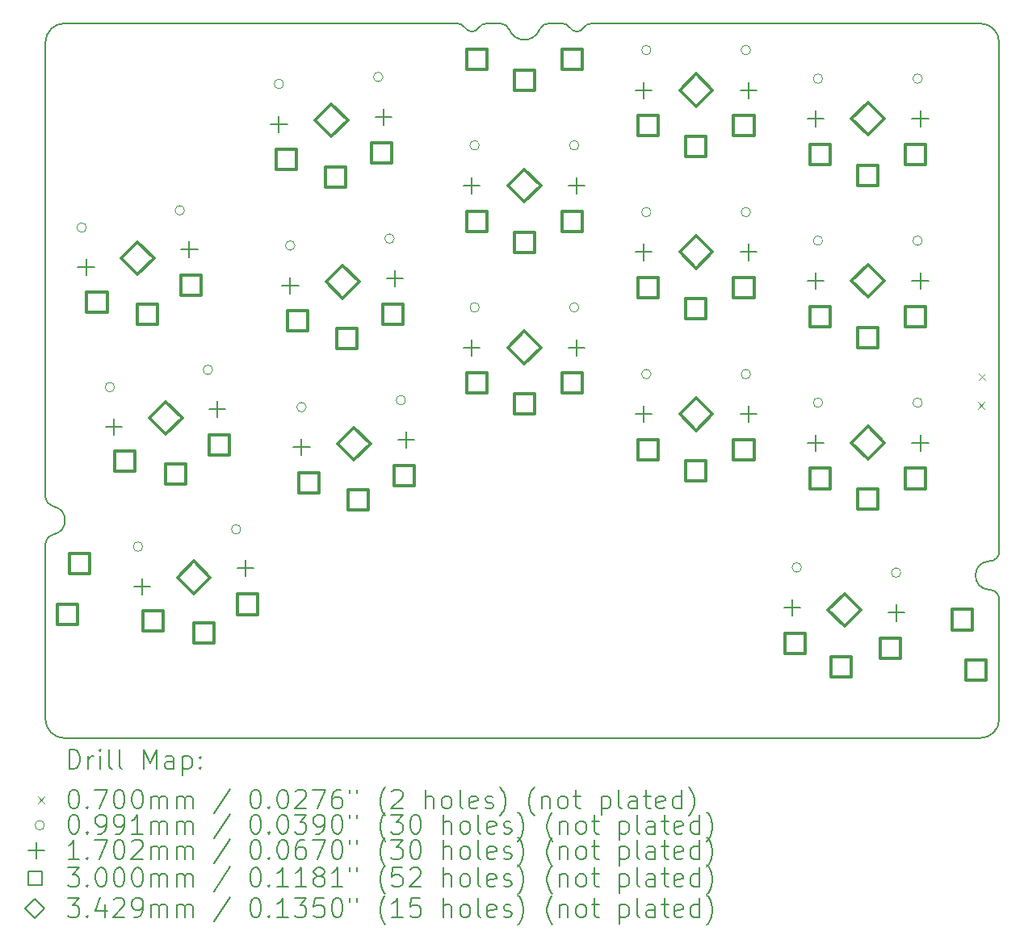
<source format=gbr>
%TF.GenerationSoftware,KiCad,Pcbnew,9.0.0*%
%TF.CreationDate,2025-05-15T16:18:30+09:00*%
%TF.ProjectId,xylo,78796c6f-2e6b-4696-9361-645f70636258,rev?*%
%TF.SameCoordinates,Original*%
%TF.FileFunction,Drillmap*%
%TF.FilePolarity,Positive*%
%FSLAX45Y45*%
G04 Gerber Fmt 4.5, Leading zero omitted, Abs format (unit mm)*
G04 Created by KiCad (PCBNEW 9.0.0) date 2025-05-15 16:18:30*
%MOMM*%
%LPD*%
G01*
G04 APERTURE LIST*
%ADD10C,0.200000*%
%ADD11C,0.100000*%
%ADD12C,0.170180*%
%ADD13C,0.300000*%
%ADD14C,0.342900*%
G04 APERTURE END LIST*
D10*
X14978005Y-11569177D02*
X14978000Y-11569177D01*
X14978000Y-12061447D02*
X14978000Y-13899997D01*
X24878598Y-12542908D02*
G75*
G02*
X24978004Y-12642906I-588J-99992D01*
G01*
X24978000Y-12142917D02*
G75*
G02*
X24878598Y-12242918I-100000J-3D01*
G01*
X20621437Y-6645972D02*
G75*
G02*
X20478233Y-6645972I-71602J45972D01*
G01*
X15060478Y-11667635D02*
G75*
G02*
X15060476Y-11962985I-26278J-147675D01*
G01*
X14978000Y-11569177D02*
X14978000Y-6799997D01*
X19747423Y-6600000D02*
G75*
G02*
X19840390Y-6663168I-3J-100000D01*
G01*
X20159278Y-6663168D02*
G75*
G02*
X19840392Y-6663168I-159443J63168D01*
G01*
X15178003Y-14100000D02*
X24779273Y-14100000D01*
X15178003Y-14100000D02*
G75*
G02*
X14978000Y-13899997I-3J200000D01*
G01*
X19521437Y-6645972D02*
G75*
G02*
X19378233Y-6645972I-71602J45972D01*
G01*
X14978000Y-12061447D02*
G75*
G02*
X15060479Y-11962997I100000J-3D01*
G01*
X20159278Y-6663168D02*
G75*
G02*
X20252248Y-6599995I92962J-36812D01*
G01*
X20621437Y-6645972D02*
G75*
G02*
X20705586Y-6599996I84153J-54028D01*
G01*
X24778003Y-6600000D02*
G75*
G02*
X24978000Y-6799997I-3J-200000D01*
G01*
X19521437Y-6645972D02*
G75*
G02*
X19605586Y-6599996I84153J-54028D01*
G01*
X19294083Y-6600000D02*
G75*
G02*
X19378234Y-6645972I-3J-100010D01*
G01*
X24978000Y-12642906D02*
X24978000Y-13899997D01*
X24978000Y-12142917D02*
X24978000Y-6799997D01*
X15178000Y-6600000D02*
X19294083Y-6600000D01*
X24978000Y-13899997D02*
G75*
G02*
X24779273Y-14099996I-200010J7D01*
G01*
X19605586Y-6600000D02*
X19747423Y-6600000D01*
X15060478Y-11667635D02*
G75*
G02*
X14977998Y-11569177I17522J98455D01*
G01*
X24778003Y-6600000D02*
X20705586Y-6600000D01*
X24878598Y-12542908D02*
G75*
G02*
X24878598Y-12242912I892J149998D01*
G01*
X20394083Y-6600000D02*
G75*
G02*
X20478234Y-6645972I-3J-100010D01*
G01*
X14978000Y-6799997D02*
G75*
G02*
X15178000Y-6600000I199990J7D01*
G01*
X20252248Y-6600000D02*
X20394083Y-6600000D01*
D11*
X24755000Y-10575000D02*
X24825000Y-10645000D01*
X24825000Y-10575000D02*
X24755000Y-10645000D01*
X24760000Y-10275000D02*
X24830000Y-10345000D01*
X24830000Y-10275000D02*
X24760000Y-10345000D01*
X15408128Y-8742225D02*
G75*
G02*
X15309068Y-8742225I-49530J0D01*
G01*
X15309068Y-8742225D02*
G75*
G02*
X15408128Y-8742225I49530J0D01*
G01*
X15703328Y-10416425D02*
G75*
G02*
X15604268Y-10416425I-49530J0D01*
G01*
X15604268Y-10416425D02*
G75*
G02*
X15703328Y-10416425I49530J0D01*
G01*
X15998528Y-12090625D02*
G75*
G02*
X15899468Y-12090625I-49530J0D01*
G01*
X15899468Y-12090625D02*
G75*
G02*
X15998528Y-12090625I49530J0D01*
G01*
X16436267Y-8560936D02*
G75*
G02*
X16337207Y-8560936I-49530J0D01*
G01*
X16337207Y-8560936D02*
G75*
G02*
X16436267Y-8560936I49530J0D01*
G01*
X16731467Y-10235136D02*
G75*
G02*
X16632407Y-10235136I-49530J0D01*
G01*
X16632407Y-10235136D02*
G75*
G02*
X16731467Y-10235136I49530J0D01*
G01*
X17026667Y-11909336D02*
G75*
G02*
X16927607Y-11909336I-49530J0D01*
G01*
X16927607Y-11909336D02*
G75*
G02*
X17026667Y-11909336I49530J0D01*
G01*
X17475204Y-7234936D02*
G75*
G02*
X17376144Y-7234936I-49530J0D01*
G01*
X17376144Y-7234936D02*
G75*
G02*
X17475204Y-7234936I49530J0D01*
G01*
X17593804Y-8930836D02*
G75*
G02*
X17494744Y-8930836I-49530J0D01*
G01*
X17494744Y-8930836D02*
G75*
G02*
X17593804Y-8930836I49530J0D01*
G01*
X17712404Y-10626736D02*
G75*
G02*
X17613344Y-10626736I-49530J0D01*
G01*
X17613344Y-10626736D02*
G75*
G02*
X17712404Y-10626736I49530J0D01*
G01*
X18516661Y-7162110D02*
G75*
G02*
X18417601Y-7162110I-49530J0D01*
G01*
X18417601Y-7162110D02*
G75*
G02*
X18516661Y-7162110I49530J0D01*
G01*
X18635261Y-8858010D02*
G75*
G02*
X18536201Y-8858010I-49530J0D01*
G01*
X18536201Y-8858010D02*
G75*
G02*
X18635261Y-8858010I49530J0D01*
G01*
X18753861Y-10553910D02*
G75*
G02*
X18654801Y-10553910I-49530J0D01*
G01*
X18654801Y-10553910D02*
G75*
G02*
X18753861Y-10553910I49530J0D01*
G01*
X19527530Y-7880000D02*
G75*
G02*
X19428470Y-7880000I-49530J0D01*
G01*
X19428470Y-7880000D02*
G75*
G02*
X19527530Y-7880000I49530J0D01*
G01*
X19527530Y-9580000D02*
G75*
G02*
X19428470Y-9580000I-49530J0D01*
G01*
X19428470Y-9580000D02*
G75*
G02*
X19527530Y-9580000I49530J0D01*
G01*
X20571530Y-7880000D02*
G75*
G02*
X20472470Y-7880000I-49530J0D01*
G01*
X20472470Y-7880000D02*
G75*
G02*
X20571530Y-7880000I49530J0D01*
G01*
X20571530Y-9580000D02*
G75*
G02*
X20472470Y-9580000I-49530J0D01*
G01*
X20472470Y-9580000D02*
G75*
G02*
X20571530Y-9580000I49530J0D01*
G01*
X21327530Y-6880000D02*
G75*
G02*
X21228470Y-6880000I-49530J0D01*
G01*
X21228470Y-6880000D02*
G75*
G02*
X21327530Y-6880000I49530J0D01*
G01*
X21327530Y-8580000D02*
G75*
G02*
X21228470Y-8580000I-49530J0D01*
G01*
X21228470Y-8580000D02*
G75*
G02*
X21327530Y-8580000I49530J0D01*
G01*
X21327530Y-10280000D02*
G75*
G02*
X21228470Y-10280000I-49530J0D01*
G01*
X21228470Y-10280000D02*
G75*
G02*
X21327530Y-10280000I49530J0D01*
G01*
X22371530Y-6880000D02*
G75*
G02*
X22272470Y-6880000I-49530J0D01*
G01*
X22272470Y-6880000D02*
G75*
G02*
X22371530Y-6880000I49530J0D01*
G01*
X22371530Y-8580000D02*
G75*
G02*
X22272470Y-8580000I-49530J0D01*
G01*
X22272470Y-8580000D02*
G75*
G02*
X22371530Y-8580000I49530J0D01*
G01*
X22371530Y-10280000D02*
G75*
G02*
X22272470Y-10280000I-49530J0D01*
G01*
X22272470Y-10280000D02*
G75*
G02*
X22371530Y-10280000I49530J0D01*
G01*
X22904526Y-12309156D02*
G75*
G02*
X22805466Y-12309156I-49530J0D01*
G01*
X22805466Y-12309156D02*
G75*
G02*
X22904526Y-12309156I49530J0D01*
G01*
X23127530Y-7180000D02*
G75*
G02*
X23028470Y-7180000I-49530J0D01*
G01*
X23028470Y-7180000D02*
G75*
G02*
X23127530Y-7180000I49530J0D01*
G01*
X23127530Y-8880000D02*
G75*
G02*
X23028470Y-8880000I-49530J0D01*
G01*
X23028470Y-8880000D02*
G75*
G02*
X23127530Y-8880000I49530J0D01*
G01*
X23127530Y-10580000D02*
G75*
G02*
X23028470Y-10580000I-49530J0D01*
G01*
X23028470Y-10580000D02*
G75*
G02*
X23127530Y-10580000I49530J0D01*
G01*
X23947096Y-12363795D02*
G75*
G02*
X23848036Y-12363795I-49530J0D01*
G01*
X23848036Y-12363795D02*
G75*
G02*
X23947096Y-12363795I49530J0D01*
G01*
X24171530Y-7180000D02*
G75*
G02*
X24072470Y-7180000I-49530J0D01*
G01*
X24072470Y-7180000D02*
G75*
G02*
X24171530Y-7180000I49530J0D01*
G01*
X24171530Y-8880000D02*
G75*
G02*
X24072470Y-8880000I-49530J0D01*
G01*
X24072470Y-8880000D02*
G75*
G02*
X24171530Y-8880000I49530J0D01*
G01*
X24171530Y-10580000D02*
G75*
G02*
X24072470Y-10580000I-49530J0D01*
G01*
X24072470Y-10580000D02*
G75*
G02*
X24171530Y-10580000I49530J0D01*
G01*
D12*
X15403956Y-9075617D02*
X15403956Y-9245797D01*
X15318866Y-9160707D02*
X15489046Y-9160707D01*
X15699156Y-10749817D02*
X15699156Y-10919997D01*
X15614066Y-10834907D02*
X15784246Y-10834907D01*
X15994356Y-12424016D02*
X15994356Y-12594196D01*
X15909266Y-12509106D02*
X16079446Y-12509106D01*
X16487244Y-8884604D02*
X16487244Y-9054784D01*
X16402154Y-8969694D02*
X16572334Y-8969694D01*
X16782444Y-10558804D02*
X16782444Y-10728984D01*
X16697354Y-10643894D02*
X16867534Y-10643894D01*
X17077644Y-12233003D02*
X17077644Y-12403183D01*
X16992554Y-12318093D02*
X17162734Y-12318093D01*
X17427040Y-7570776D02*
X17427040Y-7740956D01*
X17341950Y-7655866D02*
X17512130Y-7655866D01*
X17545640Y-9266676D02*
X17545640Y-9436856D01*
X17460550Y-9351766D02*
X17630730Y-9351766D01*
X17664240Y-10962576D02*
X17664240Y-11132756D01*
X17579150Y-11047666D02*
X17749330Y-11047666D01*
X18524360Y-7494044D02*
X18524360Y-7664224D01*
X18439270Y-7579134D02*
X18609450Y-7579134D01*
X18642960Y-9189944D02*
X18642960Y-9360124D01*
X18557870Y-9275034D02*
X18728050Y-9275034D01*
X18761560Y-10885844D02*
X18761560Y-11056024D01*
X18676470Y-10970934D02*
X18846650Y-10970934D01*
X19450000Y-8214910D02*
X19450000Y-8385090D01*
X19364910Y-8300000D02*
X19535090Y-8300000D01*
X19450000Y-9914910D02*
X19450000Y-10085090D01*
X19364910Y-10000000D02*
X19535090Y-10000000D01*
X20550000Y-8214910D02*
X20550000Y-8385090D01*
X20464910Y-8300000D02*
X20635090Y-8300000D01*
X20550000Y-9914910D02*
X20550000Y-10085090D01*
X20464910Y-10000000D02*
X20635090Y-10000000D01*
X21250000Y-7214910D02*
X21250000Y-7385090D01*
X21164910Y-7300000D02*
X21335090Y-7300000D01*
X21250000Y-8914910D02*
X21250000Y-9085090D01*
X21164910Y-9000000D02*
X21335090Y-9000000D01*
X21250000Y-10614910D02*
X21250000Y-10785090D01*
X21164910Y-10700000D02*
X21335090Y-10700000D01*
X22350000Y-7214910D02*
X22350000Y-7385090D01*
X22264910Y-7300000D02*
X22435090Y-7300000D01*
X22350000Y-8914910D02*
X22350000Y-9085090D01*
X22264910Y-9000000D02*
X22435090Y-9000000D01*
X22350000Y-10614910D02*
X22350000Y-10785090D01*
X22264910Y-10700000D02*
X22435090Y-10700000D01*
X22805054Y-12642025D02*
X22805054Y-12812205D01*
X22719964Y-12727115D02*
X22890144Y-12727115D01*
X23050000Y-7514910D02*
X23050000Y-7685090D01*
X22964910Y-7600000D02*
X23135090Y-7600000D01*
X23050000Y-9214910D02*
X23050000Y-9385090D01*
X22964910Y-9300000D02*
X23135090Y-9300000D01*
X23050000Y-10914910D02*
X23050000Y-11085090D01*
X22964910Y-11000000D02*
X23135090Y-11000000D01*
X23903546Y-12699595D02*
X23903546Y-12869775D01*
X23818456Y-12784685D02*
X23988636Y-12784685D01*
X24150000Y-7514910D02*
X24150000Y-7685090D01*
X24064910Y-7600000D02*
X24235090Y-7600000D01*
X24150000Y-9214910D02*
X24150000Y-9385090D01*
X24064910Y-9300000D02*
X24235090Y-9300000D01*
X24150000Y-10914910D02*
X24150000Y-11085090D01*
X24064910Y-11000000D02*
X24235090Y-11000000D01*
D13*
X15313994Y-12906153D02*
X15313994Y-12694019D01*
X15101860Y-12694019D01*
X15101860Y-12906153D01*
X15313994Y-12906153D01*
X15443828Y-12375546D02*
X15443828Y-12163412D01*
X15231694Y-12163412D01*
X15231694Y-12375546D01*
X15443828Y-12375546D01*
X15624381Y-9627394D02*
X15624381Y-9415260D01*
X15412247Y-9415260D01*
X15412247Y-9627394D01*
X15624381Y-9627394D01*
X15919581Y-11301594D02*
X15919581Y-11089460D01*
X15707447Y-11089460D01*
X15707447Y-11301594D01*
X15919581Y-11301594D01*
X16154988Y-9757228D02*
X16154988Y-9545094D01*
X15942854Y-9545094D01*
X15942854Y-9757228D01*
X16154988Y-9757228D01*
X16214781Y-12975794D02*
X16214781Y-12763660D01*
X16002647Y-12763660D01*
X16002647Y-12975794D01*
X16214781Y-12975794D01*
X16450188Y-11431428D02*
X16450188Y-11219294D01*
X16238054Y-11219294D01*
X16238054Y-11431428D01*
X16450188Y-11431428D01*
X16609189Y-9453746D02*
X16609189Y-9241612D01*
X16397055Y-9241612D01*
X16397055Y-9453746D01*
X16609189Y-9453746D01*
X16745388Y-13105628D02*
X16745388Y-12893494D01*
X16533254Y-12893494D01*
X16533254Y-13105628D01*
X16745388Y-13105628D01*
X16904389Y-11127946D02*
X16904389Y-10915812D01*
X16692255Y-10915812D01*
X16692255Y-11127946D01*
X16904389Y-11127946D01*
X17199589Y-12802146D02*
X17199589Y-12590012D01*
X16987455Y-12590012D01*
X16987455Y-12802146D01*
X17199589Y-12802146D01*
X17609144Y-8132532D02*
X17609144Y-7920398D01*
X17397010Y-7920398D01*
X17397010Y-8132532D01*
X17609144Y-8132532D01*
X17727744Y-9828432D02*
X17727744Y-9616298D01*
X17515610Y-9616298D01*
X17515610Y-9828432D01*
X17727744Y-9828432D01*
X17846344Y-11524332D02*
X17846344Y-11312198D01*
X17634210Y-11312198D01*
X17634210Y-11524332D01*
X17846344Y-11524332D01*
X18123272Y-8317118D02*
X18123272Y-8104984D01*
X17911138Y-8104984D01*
X17911138Y-8317118D01*
X18123272Y-8317118D01*
X18241872Y-10013018D02*
X18241872Y-9800884D01*
X18029738Y-9800884D01*
X18029738Y-10013018D01*
X18241872Y-10013018D01*
X18360472Y-11708918D02*
X18360472Y-11496784D01*
X18148338Y-11496784D01*
X18148338Y-11708918D01*
X18360472Y-11708918D01*
X18606708Y-8062775D02*
X18606708Y-7850641D01*
X18394574Y-7850641D01*
X18394574Y-8062775D01*
X18606708Y-8062775D01*
X18725308Y-9758675D02*
X18725308Y-9546541D01*
X18513174Y-9546541D01*
X18513174Y-9758675D01*
X18725308Y-9758675D01*
X18843908Y-11454575D02*
X18843908Y-11242441D01*
X18631774Y-11242441D01*
X18631774Y-11454575D01*
X18843908Y-11454575D01*
X19606067Y-7081067D02*
X19606067Y-6868933D01*
X19393933Y-6868933D01*
X19393933Y-7081067D01*
X19606067Y-7081067D01*
X19606067Y-8781067D02*
X19606067Y-8568933D01*
X19393933Y-8568933D01*
X19393933Y-8781067D01*
X19606067Y-8781067D01*
X19606067Y-10481067D02*
X19606067Y-10268933D01*
X19393933Y-10268933D01*
X19393933Y-10481067D01*
X19606067Y-10481067D01*
X20106067Y-7301067D02*
X20106067Y-7088933D01*
X19893933Y-7088933D01*
X19893933Y-7301067D01*
X20106067Y-7301067D01*
X20106067Y-9001067D02*
X20106067Y-8788933D01*
X19893933Y-8788933D01*
X19893933Y-9001067D01*
X20106067Y-9001067D01*
X20106067Y-10701067D02*
X20106067Y-10488933D01*
X19893933Y-10488933D01*
X19893933Y-10701067D01*
X20106067Y-10701067D01*
X20606067Y-7081067D02*
X20606067Y-6868933D01*
X20393933Y-6868933D01*
X20393933Y-7081067D01*
X20606067Y-7081067D01*
X20606067Y-8781067D02*
X20606067Y-8568933D01*
X20393933Y-8568933D01*
X20393933Y-8781067D01*
X20606067Y-8781067D01*
X20606067Y-10481067D02*
X20606067Y-10268933D01*
X20393933Y-10268933D01*
X20393933Y-10481067D01*
X20606067Y-10481067D01*
X21406067Y-7781067D02*
X21406067Y-7568933D01*
X21193933Y-7568933D01*
X21193933Y-7781067D01*
X21406067Y-7781067D01*
X21406067Y-9481067D02*
X21406067Y-9268933D01*
X21193933Y-9268933D01*
X21193933Y-9481067D01*
X21406067Y-9481067D01*
X21406067Y-11181067D02*
X21406067Y-10968933D01*
X21193933Y-10968933D01*
X21193933Y-11181067D01*
X21406067Y-11181067D01*
X21906067Y-8001067D02*
X21906067Y-7788933D01*
X21693933Y-7788933D01*
X21693933Y-8001067D01*
X21906067Y-8001067D01*
X21906067Y-9701067D02*
X21906067Y-9488933D01*
X21693933Y-9488933D01*
X21693933Y-9701067D01*
X21906067Y-9701067D01*
X21906067Y-11401067D02*
X21906067Y-11188933D01*
X21693933Y-11188933D01*
X21693933Y-11401067D01*
X21906067Y-11401067D01*
X22406067Y-7781067D02*
X22406067Y-7568933D01*
X22193933Y-7568933D01*
X22193933Y-7781067D01*
X22406067Y-7781067D01*
X22406067Y-9481067D02*
X22406067Y-9268933D01*
X22193933Y-9268933D01*
X22193933Y-9481067D01*
X22406067Y-9481067D01*
X22406067Y-11181067D02*
X22406067Y-10968933D01*
X22193933Y-10968933D01*
X22193933Y-11181067D01*
X22406067Y-11181067D01*
X22941426Y-13210285D02*
X22941426Y-12998151D01*
X22729292Y-12998151D01*
X22729292Y-13210285D01*
X22941426Y-13210285D01*
X23206067Y-8081067D02*
X23206067Y-7868933D01*
X22993933Y-7868933D01*
X22993933Y-8081067D01*
X23206067Y-8081067D01*
X23206067Y-9781067D02*
X23206067Y-9568933D01*
X22993933Y-9568933D01*
X22993933Y-9781067D01*
X23206067Y-9781067D01*
X23206067Y-11481067D02*
X23206067Y-11268933D01*
X22993933Y-11268933D01*
X22993933Y-11481067D01*
X23206067Y-11481067D01*
X23429227Y-13456152D02*
X23429227Y-13244018D01*
X23217093Y-13244018D01*
X23217093Y-13456152D01*
X23429227Y-13456152D01*
X23706067Y-8301067D02*
X23706067Y-8088933D01*
X23493933Y-8088933D01*
X23493933Y-8301067D01*
X23706067Y-8301067D01*
X23706067Y-10001067D02*
X23706067Y-9788933D01*
X23493933Y-9788933D01*
X23493933Y-10001067D01*
X23706067Y-10001067D01*
X23706067Y-11701067D02*
X23706067Y-11488933D01*
X23493933Y-11488933D01*
X23493933Y-11701067D01*
X23706067Y-11701067D01*
X23940056Y-13262621D02*
X23940056Y-13050487D01*
X23727922Y-13050487D01*
X23727922Y-13262621D01*
X23940056Y-13262621D01*
X24206067Y-8081067D02*
X24206067Y-7868933D01*
X23993933Y-7868933D01*
X23993933Y-8081067D01*
X24206067Y-8081067D01*
X24206067Y-9781067D02*
X24206067Y-9568933D01*
X23993933Y-9568933D01*
X23993933Y-9781067D01*
X24206067Y-9781067D01*
X24206067Y-11481067D02*
X24206067Y-11268933D01*
X23993933Y-11268933D01*
X23993933Y-11481067D01*
X24206067Y-11481067D01*
X24693357Y-12962759D02*
X24693357Y-12750625D01*
X24481223Y-12750625D01*
X24481223Y-12962759D01*
X24693357Y-12962759D01*
X24841630Y-13488511D02*
X24841630Y-13276377D01*
X24629496Y-13276377D01*
X24629496Y-13488511D01*
X24841630Y-13488511D01*
D14*
X15945600Y-9236650D02*
X16117050Y-9065200D01*
X15945600Y-8893750D01*
X15774150Y-9065200D01*
X15945600Y-9236650D01*
X16240800Y-10910850D02*
X16412250Y-10739400D01*
X16240800Y-10567950D01*
X16069350Y-10739400D01*
X16240800Y-10910850D01*
X16536000Y-12585050D02*
X16707450Y-12413600D01*
X16536000Y-12242150D01*
X16364550Y-12413600D01*
X16536000Y-12585050D01*
X17975700Y-7788950D02*
X18147150Y-7617500D01*
X17975700Y-7446050D01*
X17804250Y-7617500D01*
X17975700Y-7788950D01*
X18094300Y-9484850D02*
X18265750Y-9313400D01*
X18094300Y-9141950D01*
X17922850Y-9313400D01*
X18094300Y-9484850D01*
X18212900Y-11180750D02*
X18384350Y-11009300D01*
X18212900Y-10837850D01*
X18041450Y-11009300D01*
X18212900Y-11180750D01*
X20000000Y-8471450D02*
X20171450Y-8300000D01*
X20000000Y-8128550D01*
X19828550Y-8300000D01*
X20000000Y-8471450D01*
X20000000Y-10171450D02*
X20171450Y-10000000D01*
X20000000Y-9828550D01*
X19828550Y-10000000D01*
X20000000Y-10171450D01*
X21800000Y-7471450D02*
X21971450Y-7300000D01*
X21800000Y-7128550D01*
X21628550Y-7300000D01*
X21800000Y-7471450D01*
X21800000Y-9171450D02*
X21971450Y-9000000D01*
X21800000Y-8828550D01*
X21628550Y-9000000D01*
X21800000Y-9171450D01*
X21800000Y-10871450D02*
X21971450Y-10700000D01*
X21800000Y-10528550D01*
X21628550Y-10700000D01*
X21800000Y-10871450D01*
X23354300Y-12927350D02*
X23525750Y-12755900D01*
X23354300Y-12584450D01*
X23182850Y-12755900D01*
X23354300Y-12927350D01*
X23600000Y-7771450D02*
X23771450Y-7600000D01*
X23600000Y-7428550D01*
X23428550Y-7600000D01*
X23600000Y-7771450D01*
X23600000Y-9471450D02*
X23771450Y-9300000D01*
X23600000Y-9128550D01*
X23428550Y-9300000D01*
X23600000Y-9471450D01*
X23600000Y-11171450D02*
X23771450Y-11000000D01*
X23600000Y-10828550D01*
X23428550Y-11000000D01*
X23600000Y-11171450D01*
D10*
X15228774Y-14421484D02*
X15228774Y-14221484D01*
X15228774Y-14221484D02*
X15276393Y-14221484D01*
X15276393Y-14221484D02*
X15304965Y-14231008D01*
X15304965Y-14231008D02*
X15324013Y-14250055D01*
X15324013Y-14250055D02*
X15333536Y-14269103D01*
X15333536Y-14269103D02*
X15343060Y-14307198D01*
X15343060Y-14307198D02*
X15343060Y-14335769D01*
X15343060Y-14335769D02*
X15333536Y-14373865D01*
X15333536Y-14373865D02*
X15324013Y-14392912D01*
X15324013Y-14392912D02*
X15304965Y-14411960D01*
X15304965Y-14411960D02*
X15276393Y-14421484D01*
X15276393Y-14421484D02*
X15228774Y-14421484D01*
X15428774Y-14421484D02*
X15428774Y-14288150D01*
X15428774Y-14326246D02*
X15438298Y-14307198D01*
X15438298Y-14307198D02*
X15447822Y-14297674D01*
X15447822Y-14297674D02*
X15466870Y-14288150D01*
X15466870Y-14288150D02*
X15485917Y-14288150D01*
X15552584Y-14421484D02*
X15552584Y-14288150D01*
X15552584Y-14221484D02*
X15543060Y-14231008D01*
X15543060Y-14231008D02*
X15552584Y-14240531D01*
X15552584Y-14240531D02*
X15562108Y-14231008D01*
X15562108Y-14231008D02*
X15552584Y-14221484D01*
X15552584Y-14221484D02*
X15552584Y-14240531D01*
X15676393Y-14421484D02*
X15657346Y-14411960D01*
X15657346Y-14411960D02*
X15647822Y-14392912D01*
X15647822Y-14392912D02*
X15647822Y-14221484D01*
X15781155Y-14421484D02*
X15762108Y-14411960D01*
X15762108Y-14411960D02*
X15752584Y-14392912D01*
X15752584Y-14392912D02*
X15752584Y-14221484D01*
X16009727Y-14421484D02*
X16009727Y-14221484D01*
X16009727Y-14221484D02*
X16076394Y-14364341D01*
X16076394Y-14364341D02*
X16143060Y-14221484D01*
X16143060Y-14221484D02*
X16143060Y-14421484D01*
X16324013Y-14421484D02*
X16324013Y-14316722D01*
X16324013Y-14316722D02*
X16314489Y-14297674D01*
X16314489Y-14297674D02*
X16295441Y-14288150D01*
X16295441Y-14288150D02*
X16257346Y-14288150D01*
X16257346Y-14288150D02*
X16238298Y-14297674D01*
X16324013Y-14411960D02*
X16304965Y-14421484D01*
X16304965Y-14421484D02*
X16257346Y-14421484D01*
X16257346Y-14421484D02*
X16238298Y-14411960D01*
X16238298Y-14411960D02*
X16228774Y-14392912D01*
X16228774Y-14392912D02*
X16228774Y-14373865D01*
X16228774Y-14373865D02*
X16238298Y-14354817D01*
X16238298Y-14354817D02*
X16257346Y-14345293D01*
X16257346Y-14345293D02*
X16304965Y-14345293D01*
X16304965Y-14345293D02*
X16324013Y-14335769D01*
X16419251Y-14288150D02*
X16419251Y-14488150D01*
X16419251Y-14297674D02*
X16438298Y-14288150D01*
X16438298Y-14288150D02*
X16476394Y-14288150D01*
X16476394Y-14288150D02*
X16495441Y-14297674D01*
X16495441Y-14297674D02*
X16504965Y-14307198D01*
X16504965Y-14307198D02*
X16514489Y-14326246D01*
X16514489Y-14326246D02*
X16514489Y-14383388D01*
X16514489Y-14383388D02*
X16504965Y-14402436D01*
X16504965Y-14402436D02*
X16495441Y-14411960D01*
X16495441Y-14411960D02*
X16476394Y-14421484D01*
X16476394Y-14421484D02*
X16438298Y-14421484D01*
X16438298Y-14421484D02*
X16419251Y-14411960D01*
X16600203Y-14402436D02*
X16609727Y-14411960D01*
X16609727Y-14411960D02*
X16600203Y-14421484D01*
X16600203Y-14421484D02*
X16590679Y-14411960D01*
X16590679Y-14411960D02*
X16600203Y-14402436D01*
X16600203Y-14402436D02*
X16600203Y-14421484D01*
X16600203Y-14297674D02*
X16609727Y-14307198D01*
X16609727Y-14307198D02*
X16600203Y-14316722D01*
X16600203Y-14316722D02*
X16590679Y-14307198D01*
X16590679Y-14307198D02*
X16600203Y-14297674D01*
X16600203Y-14297674D02*
X16600203Y-14316722D01*
D11*
X14897998Y-14715000D02*
X14967998Y-14785000D01*
X14967998Y-14715000D02*
X14897998Y-14785000D01*
D10*
X15266870Y-14641484D02*
X15285917Y-14641484D01*
X15285917Y-14641484D02*
X15304965Y-14651008D01*
X15304965Y-14651008D02*
X15314489Y-14660531D01*
X15314489Y-14660531D02*
X15324013Y-14679579D01*
X15324013Y-14679579D02*
X15333536Y-14717674D01*
X15333536Y-14717674D02*
X15333536Y-14765293D01*
X15333536Y-14765293D02*
X15324013Y-14803388D01*
X15324013Y-14803388D02*
X15314489Y-14822436D01*
X15314489Y-14822436D02*
X15304965Y-14831960D01*
X15304965Y-14831960D02*
X15285917Y-14841484D01*
X15285917Y-14841484D02*
X15266870Y-14841484D01*
X15266870Y-14841484D02*
X15247822Y-14831960D01*
X15247822Y-14831960D02*
X15238298Y-14822436D01*
X15238298Y-14822436D02*
X15228774Y-14803388D01*
X15228774Y-14803388D02*
X15219251Y-14765293D01*
X15219251Y-14765293D02*
X15219251Y-14717674D01*
X15219251Y-14717674D02*
X15228774Y-14679579D01*
X15228774Y-14679579D02*
X15238298Y-14660531D01*
X15238298Y-14660531D02*
X15247822Y-14651008D01*
X15247822Y-14651008D02*
X15266870Y-14641484D01*
X15419251Y-14822436D02*
X15428774Y-14831960D01*
X15428774Y-14831960D02*
X15419251Y-14841484D01*
X15419251Y-14841484D02*
X15409727Y-14831960D01*
X15409727Y-14831960D02*
X15419251Y-14822436D01*
X15419251Y-14822436D02*
X15419251Y-14841484D01*
X15495441Y-14641484D02*
X15628774Y-14641484D01*
X15628774Y-14641484D02*
X15543060Y-14841484D01*
X15743060Y-14641484D02*
X15762108Y-14641484D01*
X15762108Y-14641484D02*
X15781155Y-14651008D01*
X15781155Y-14651008D02*
X15790679Y-14660531D01*
X15790679Y-14660531D02*
X15800203Y-14679579D01*
X15800203Y-14679579D02*
X15809727Y-14717674D01*
X15809727Y-14717674D02*
X15809727Y-14765293D01*
X15809727Y-14765293D02*
X15800203Y-14803388D01*
X15800203Y-14803388D02*
X15790679Y-14822436D01*
X15790679Y-14822436D02*
X15781155Y-14831960D01*
X15781155Y-14831960D02*
X15762108Y-14841484D01*
X15762108Y-14841484D02*
X15743060Y-14841484D01*
X15743060Y-14841484D02*
X15724013Y-14831960D01*
X15724013Y-14831960D02*
X15714489Y-14822436D01*
X15714489Y-14822436D02*
X15704965Y-14803388D01*
X15704965Y-14803388D02*
X15695441Y-14765293D01*
X15695441Y-14765293D02*
X15695441Y-14717674D01*
X15695441Y-14717674D02*
X15704965Y-14679579D01*
X15704965Y-14679579D02*
X15714489Y-14660531D01*
X15714489Y-14660531D02*
X15724013Y-14651008D01*
X15724013Y-14651008D02*
X15743060Y-14641484D01*
X15933536Y-14641484D02*
X15952584Y-14641484D01*
X15952584Y-14641484D02*
X15971632Y-14651008D01*
X15971632Y-14651008D02*
X15981155Y-14660531D01*
X15981155Y-14660531D02*
X15990679Y-14679579D01*
X15990679Y-14679579D02*
X16000203Y-14717674D01*
X16000203Y-14717674D02*
X16000203Y-14765293D01*
X16000203Y-14765293D02*
X15990679Y-14803388D01*
X15990679Y-14803388D02*
X15981155Y-14822436D01*
X15981155Y-14822436D02*
X15971632Y-14831960D01*
X15971632Y-14831960D02*
X15952584Y-14841484D01*
X15952584Y-14841484D02*
X15933536Y-14841484D01*
X15933536Y-14841484D02*
X15914489Y-14831960D01*
X15914489Y-14831960D02*
X15904965Y-14822436D01*
X15904965Y-14822436D02*
X15895441Y-14803388D01*
X15895441Y-14803388D02*
X15885917Y-14765293D01*
X15885917Y-14765293D02*
X15885917Y-14717674D01*
X15885917Y-14717674D02*
X15895441Y-14679579D01*
X15895441Y-14679579D02*
X15904965Y-14660531D01*
X15904965Y-14660531D02*
X15914489Y-14651008D01*
X15914489Y-14651008D02*
X15933536Y-14641484D01*
X16085917Y-14841484D02*
X16085917Y-14708150D01*
X16085917Y-14727198D02*
X16095441Y-14717674D01*
X16095441Y-14717674D02*
X16114489Y-14708150D01*
X16114489Y-14708150D02*
X16143060Y-14708150D01*
X16143060Y-14708150D02*
X16162108Y-14717674D01*
X16162108Y-14717674D02*
X16171632Y-14736722D01*
X16171632Y-14736722D02*
X16171632Y-14841484D01*
X16171632Y-14736722D02*
X16181155Y-14717674D01*
X16181155Y-14717674D02*
X16200203Y-14708150D01*
X16200203Y-14708150D02*
X16228774Y-14708150D01*
X16228774Y-14708150D02*
X16247822Y-14717674D01*
X16247822Y-14717674D02*
X16257346Y-14736722D01*
X16257346Y-14736722D02*
X16257346Y-14841484D01*
X16352584Y-14841484D02*
X16352584Y-14708150D01*
X16352584Y-14727198D02*
X16362108Y-14717674D01*
X16362108Y-14717674D02*
X16381155Y-14708150D01*
X16381155Y-14708150D02*
X16409727Y-14708150D01*
X16409727Y-14708150D02*
X16428775Y-14717674D01*
X16428775Y-14717674D02*
X16438298Y-14736722D01*
X16438298Y-14736722D02*
X16438298Y-14841484D01*
X16438298Y-14736722D02*
X16447822Y-14717674D01*
X16447822Y-14717674D02*
X16466870Y-14708150D01*
X16466870Y-14708150D02*
X16495441Y-14708150D01*
X16495441Y-14708150D02*
X16514489Y-14717674D01*
X16514489Y-14717674D02*
X16524013Y-14736722D01*
X16524013Y-14736722D02*
X16524013Y-14841484D01*
X16914489Y-14631960D02*
X16743060Y-14889103D01*
X17171632Y-14641484D02*
X17190680Y-14641484D01*
X17190680Y-14641484D02*
X17209727Y-14651008D01*
X17209727Y-14651008D02*
X17219251Y-14660531D01*
X17219251Y-14660531D02*
X17228775Y-14679579D01*
X17228775Y-14679579D02*
X17238299Y-14717674D01*
X17238299Y-14717674D02*
X17238299Y-14765293D01*
X17238299Y-14765293D02*
X17228775Y-14803388D01*
X17228775Y-14803388D02*
X17219251Y-14822436D01*
X17219251Y-14822436D02*
X17209727Y-14831960D01*
X17209727Y-14831960D02*
X17190680Y-14841484D01*
X17190680Y-14841484D02*
X17171632Y-14841484D01*
X17171632Y-14841484D02*
X17152584Y-14831960D01*
X17152584Y-14831960D02*
X17143060Y-14822436D01*
X17143060Y-14822436D02*
X17133537Y-14803388D01*
X17133537Y-14803388D02*
X17124013Y-14765293D01*
X17124013Y-14765293D02*
X17124013Y-14717674D01*
X17124013Y-14717674D02*
X17133537Y-14679579D01*
X17133537Y-14679579D02*
X17143060Y-14660531D01*
X17143060Y-14660531D02*
X17152584Y-14651008D01*
X17152584Y-14651008D02*
X17171632Y-14641484D01*
X17324013Y-14822436D02*
X17333537Y-14831960D01*
X17333537Y-14831960D02*
X17324013Y-14841484D01*
X17324013Y-14841484D02*
X17314489Y-14831960D01*
X17314489Y-14831960D02*
X17324013Y-14822436D01*
X17324013Y-14822436D02*
X17324013Y-14841484D01*
X17457346Y-14641484D02*
X17476394Y-14641484D01*
X17476394Y-14641484D02*
X17495441Y-14651008D01*
X17495441Y-14651008D02*
X17504965Y-14660531D01*
X17504965Y-14660531D02*
X17514489Y-14679579D01*
X17514489Y-14679579D02*
X17524013Y-14717674D01*
X17524013Y-14717674D02*
X17524013Y-14765293D01*
X17524013Y-14765293D02*
X17514489Y-14803388D01*
X17514489Y-14803388D02*
X17504965Y-14822436D01*
X17504965Y-14822436D02*
X17495441Y-14831960D01*
X17495441Y-14831960D02*
X17476394Y-14841484D01*
X17476394Y-14841484D02*
X17457346Y-14841484D01*
X17457346Y-14841484D02*
X17438299Y-14831960D01*
X17438299Y-14831960D02*
X17428775Y-14822436D01*
X17428775Y-14822436D02*
X17419251Y-14803388D01*
X17419251Y-14803388D02*
X17409727Y-14765293D01*
X17409727Y-14765293D02*
X17409727Y-14717674D01*
X17409727Y-14717674D02*
X17419251Y-14679579D01*
X17419251Y-14679579D02*
X17428775Y-14660531D01*
X17428775Y-14660531D02*
X17438299Y-14651008D01*
X17438299Y-14651008D02*
X17457346Y-14641484D01*
X17600203Y-14660531D02*
X17609727Y-14651008D01*
X17609727Y-14651008D02*
X17628775Y-14641484D01*
X17628775Y-14641484D02*
X17676394Y-14641484D01*
X17676394Y-14641484D02*
X17695441Y-14651008D01*
X17695441Y-14651008D02*
X17704965Y-14660531D01*
X17704965Y-14660531D02*
X17714489Y-14679579D01*
X17714489Y-14679579D02*
X17714489Y-14698627D01*
X17714489Y-14698627D02*
X17704965Y-14727198D01*
X17704965Y-14727198D02*
X17590680Y-14841484D01*
X17590680Y-14841484D02*
X17714489Y-14841484D01*
X17781156Y-14641484D02*
X17914489Y-14641484D01*
X17914489Y-14641484D02*
X17828775Y-14841484D01*
X18076394Y-14641484D02*
X18038299Y-14641484D01*
X18038299Y-14641484D02*
X18019251Y-14651008D01*
X18019251Y-14651008D02*
X18009727Y-14660531D01*
X18009727Y-14660531D02*
X17990680Y-14689103D01*
X17990680Y-14689103D02*
X17981156Y-14727198D01*
X17981156Y-14727198D02*
X17981156Y-14803388D01*
X17981156Y-14803388D02*
X17990680Y-14822436D01*
X17990680Y-14822436D02*
X18000203Y-14831960D01*
X18000203Y-14831960D02*
X18019251Y-14841484D01*
X18019251Y-14841484D02*
X18057346Y-14841484D01*
X18057346Y-14841484D02*
X18076394Y-14831960D01*
X18076394Y-14831960D02*
X18085918Y-14822436D01*
X18085918Y-14822436D02*
X18095441Y-14803388D01*
X18095441Y-14803388D02*
X18095441Y-14755769D01*
X18095441Y-14755769D02*
X18085918Y-14736722D01*
X18085918Y-14736722D02*
X18076394Y-14727198D01*
X18076394Y-14727198D02*
X18057346Y-14717674D01*
X18057346Y-14717674D02*
X18019251Y-14717674D01*
X18019251Y-14717674D02*
X18000203Y-14727198D01*
X18000203Y-14727198D02*
X17990680Y-14736722D01*
X17990680Y-14736722D02*
X17981156Y-14755769D01*
X18171632Y-14641484D02*
X18171632Y-14679579D01*
X18247822Y-14641484D02*
X18247822Y-14679579D01*
X18543061Y-14917674D02*
X18533537Y-14908150D01*
X18533537Y-14908150D02*
X18514489Y-14879579D01*
X18514489Y-14879579D02*
X18504965Y-14860531D01*
X18504965Y-14860531D02*
X18495442Y-14831960D01*
X18495442Y-14831960D02*
X18485918Y-14784341D01*
X18485918Y-14784341D02*
X18485918Y-14746246D01*
X18485918Y-14746246D02*
X18495442Y-14698627D01*
X18495442Y-14698627D02*
X18504965Y-14670055D01*
X18504965Y-14670055D02*
X18514489Y-14651008D01*
X18514489Y-14651008D02*
X18533537Y-14622436D01*
X18533537Y-14622436D02*
X18543061Y-14612912D01*
X18609727Y-14660531D02*
X18619251Y-14651008D01*
X18619251Y-14651008D02*
X18638299Y-14641484D01*
X18638299Y-14641484D02*
X18685918Y-14641484D01*
X18685918Y-14641484D02*
X18704965Y-14651008D01*
X18704965Y-14651008D02*
X18714489Y-14660531D01*
X18714489Y-14660531D02*
X18724013Y-14679579D01*
X18724013Y-14679579D02*
X18724013Y-14698627D01*
X18724013Y-14698627D02*
X18714489Y-14727198D01*
X18714489Y-14727198D02*
X18600203Y-14841484D01*
X18600203Y-14841484D02*
X18724013Y-14841484D01*
X18962108Y-14841484D02*
X18962108Y-14641484D01*
X19047823Y-14841484D02*
X19047823Y-14736722D01*
X19047823Y-14736722D02*
X19038299Y-14717674D01*
X19038299Y-14717674D02*
X19019251Y-14708150D01*
X19019251Y-14708150D02*
X18990680Y-14708150D01*
X18990680Y-14708150D02*
X18971632Y-14717674D01*
X18971632Y-14717674D02*
X18962108Y-14727198D01*
X19171632Y-14841484D02*
X19152584Y-14831960D01*
X19152584Y-14831960D02*
X19143061Y-14822436D01*
X19143061Y-14822436D02*
X19133537Y-14803388D01*
X19133537Y-14803388D02*
X19133537Y-14746246D01*
X19133537Y-14746246D02*
X19143061Y-14727198D01*
X19143061Y-14727198D02*
X19152584Y-14717674D01*
X19152584Y-14717674D02*
X19171632Y-14708150D01*
X19171632Y-14708150D02*
X19200204Y-14708150D01*
X19200204Y-14708150D02*
X19219251Y-14717674D01*
X19219251Y-14717674D02*
X19228775Y-14727198D01*
X19228775Y-14727198D02*
X19238299Y-14746246D01*
X19238299Y-14746246D02*
X19238299Y-14803388D01*
X19238299Y-14803388D02*
X19228775Y-14822436D01*
X19228775Y-14822436D02*
X19219251Y-14831960D01*
X19219251Y-14831960D02*
X19200204Y-14841484D01*
X19200204Y-14841484D02*
X19171632Y-14841484D01*
X19352584Y-14841484D02*
X19333537Y-14831960D01*
X19333537Y-14831960D02*
X19324013Y-14812912D01*
X19324013Y-14812912D02*
X19324013Y-14641484D01*
X19504965Y-14831960D02*
X19485918Y-14841484D01*
X19485918Y-14841484D02*
X19447823Y-14841484D01*
X19447823Y-14841484D02*
X19428775Y-14831960D01*
X19428775Y-14831960D02*
X19419251Y-14812912D01*
X19419251Y-14812912D02*
X19419251Y-14736722D01*
X19419251Y-14736722D02*
X19428775Y-14717674D01*
X19428775Y-14717674D02*
X19447823Y-14708150D01*
X19447823Y-14708150D02*
X19485918Y-14708150D01*
X19485918Y-14708150D02*
X19504965Y-14717674D01*
X19504965Y-14717674D02*
X19514489Y-14736722D01*
X19514489Y-14736722D02*
X19514489Y-14755769D01*
X19514489Y-14755769D02*
X19419251Y-14774817D01*
X19590680Y-14831960D02*
X19609727Y-14841484D01*
X19609727Y-14841484D02*
X19647823Y-14841484D01*
X19647823Y-14841484D02*
X19666870Y-14831960D01*
X19666870Y-14831960D02*
X19676394Y-14812912D01*
X19676394Y-14812912D02*
X19676394Y-14803388D01*
X19676394Y-14803388D02*
X19666870Y-14784341D01*
X19666870Y-14784341D02*
X19647823Y-14774817D01*
X19647823Y-14774817D02*
X19619251Y-14774817D01*
X19619251Y-14774817D02*
X19600204Y-14765293D01*
X19600204Y-14765293D02*
X19590680Y-14746246D01*
X19590680Y-14746246D02*
X19590680Y-14736722D01*
X19590680Y-14736722D02*
X19600204Y-14717674D01*
X19600204Y-14717674D02*
X19619251Y-14708150D01*
X19619251Y-14708150D02*
X19647823Y-14708150D01*
X19647823Y-14708150D02*
X19666870Y-14717674D01*
X19743061Y-14917674D02*
X19752585Y-14908150D01*
X19752585Y-14908150D02*
X19771632Y-14879579D01*
X19771632Y-14879579D02*
X19781156Y-14860531D01*
X19781156Y-14860531D02*
X19790680Y-14831960D01*
X19790680Y-14831960D02*
X19800204Y-14784341D01*
X19800204Y-14784341D02*
X19800204Y-14746246D01*
X19800204Y-14746246D02*
X19790680Y-14698627D01*
X19790680Y-14698627D02*
X19781156Y-14670055D01*
X19781156Y-14670055D02*
X19771632Y-14651008D01*
X19771632Y-14651008D02*
X19752585Y-14622436D01*
X19752585Y-14622436D02*
X19743061Y-14612912D01*
X20104966Y-14917674D02*
X20095442Y-14908150D01*
X20095442Y-14908150D02*
X20076394Y-14879579D01*
X20076394Y-14879579D02*
X20066870Y-14860531D01*
X20066870Y-14860531D02*
X20057346Y-14831960D01*
X20057346Y-14831960D02*
X20047823Y-14784341D01*
X20047823Y-14784341D02*
X20047823Y-14746246D01*
X20047823Y-14746246D02*
X20057346Y-14698627D01*
X20057346Y-14698627D02*
X20066870Y-14670055D01*
X20066870Y-14670055D02*
X20076394Y-14651008D01*
X20076394Y-14651008D02*
X20095442Y-14622436D01*
X20095442Y-14622436D02*
X20104966Y-14612912D01*
X20181156Y-14708150D02*
X20181156Y-14841484D01*
X20181156Y-14727198D02*
X20190680Y-14717674D01*
X20190680Y-14717674D02*
X20209727Y-14708150D01*
X20209727Y-14708150D02*
X20238299Y-14708150D01*
X20238299Y-14708150D02*
X20257346Y-14717674D01*
X20257346Y-14717674D02*
X20266870Y-14736722D01*
X20266870Y-14736722D02*
X20266870Y-14841484D01*
X20390680Y-14841484D02*
X20371632Y-14831960D01*
X20371632Y-14831960D02*
X20362108Y-14822436D01*
X20362108Y-14822436D02*
X20352585Y-14803388D01*
X20352585Y-14803388D02*
X20352585Y-14746246D01*
X20352585Y-14746246D02*
X20362108Y-14727198D01*
X20362108Y-14727198D02*
X20371632Y-14717674D01*
X20371632Y-14717674D02*
X20390680Y-14708150D01*
X20390680Y-14708150D02*
X20419251Y-14708150D01*
X20419251Y-14708150D02*
X20438299Y-14717674D01*
X20438299Y-14717674D02*
X20447823Y-14727198D01*
X20447823Y-14727198D02*
X20457346Y-14746246D01*
X20457346Y-14746246D02*
X20457346Y-14803388D01*
X20457346Y-14803388D02*
X20447823Y-14822436D01*
X20447823Y-14822436D02*
X20438299Y-14831960D01*
X20438299Y-14831960D02*
X20419251Y-14841484D01*
X20419251Y-14841484D02*
X20390680Y-14841484D01*
X20514489Y-14708150D02*
X20590680Y-14708150D01*
X20543061Y-14641484D02*
X20543061Y-14812912D01*
X20543061Y-14812912D02*
X20552585Y-14831960D01*
X20552585Y-14831960D02*
X20571632Y-14841484D01*
X20571632Y-14841484D02*
X20590680Y-14841484D01*
X20809727Y-14708150D02*
X20809727Y-14908150D01*
X20809727Y-14717674D02*
X20828775Y-14708150D01*
X20828775Y-14708150D02*
X20866870Y-14708150D01*
X20866870Y-14708150D02*
X20885918Y-14717674D01*
X20885918Y-14717674D02*
X20895442Y-14727198D01*
X20895442Y-14727198D02*
X20904966Y-14746246D01*
X20904966Y-14746246D02*
X20904966Y-14803388D01*
X20904966Y-14803388D02*
X20895442Y-14822436D01*
X20895442Y-14822436D02*
X20885918Y-14831960D01*
X20885918Y-14831960D02*
X20866870Y-14841484D01*
X20866870Y-14841484D02*
X20828775Y-14841484D01*
X20828775Y-14841484D02*
X20809727Y-14831960D01*
X21019251Y-14841484D02*
X21000204Y-14831960D01*
X21000204Y-14831960D02*
X20990680Y-14812912D01*
X20990680Y-14812912D02*
X20990680Y-14641484D01*
X21181156Y-14841484D02*
X21181156Y-14736722D01*
X21181156Y-14736722D02*
X21171632Y-14717674D01*
X21171632Y-14717674D02*
X21152585Y-14708150D01*
X21152585Y-14708150D02*
X21114489Y-14708150D01*
X21114489Y-14708150D02*
X21095442Y-14717674D01*
X21181156Y-14831960D02*
X21162108Y-14841484D01*
X21162108Y-14841484D02*
X21114489Y-14841484D01*
X21114489Y-14841484D02*
X21095442Y-14831960D01*
X21095442Y-14831960D02*
X21085918Y-14812912D01*
X21085918Y-14812912D02*
X21085918Y-14793865D01*
X21085918Y-14793865D02*
X21095442Y-14774817D01*
X21095442Y-14774817D02*
X21114489Y-14765293D01*
X21114489Y-14765293D02*
X21162108Y-14765293D01*
X21162108Y-14765293D02*
X21181156Y-14755769D01*
X21247823Y-14708150D02*
X21324013Y-14708150D01*
X21276394Y-14641484D02*
X21276394Y-14812912D01*
X21276394Y-14812912D02*
X21285918Y-14831960D01*
X21285918Y-14831960D02*
X21304966Y-14841484D01*
X21304966Y-14841484D02*
X21324013Y-14841484D01*
X21466870Y-14831960D02*
X21447823Y-14841484D01*
X21447823Y-14841484D02*
X21409727Y-14841484D01*
X21409727Y-14841484D02*
X21390680Y-14831960D01*
X21390680Y-14831960D02*
X21381156Y-14812912D01*
X21381156Y-14812912D02*
X21381156Y-14736722D01*
X21381156Y-14736722D02*
X21390680Y-14717674D01*
X21390680Y-14717674D02*
X21409727Y-14708150D01*
X21409727Y-14708150D02*
X21447823Y-14708150D01*
X21447823Y-14708150D02*
X21466870Y-14717674D01*
X21466870Y-14717674D02*
X21476394Y-14736722D01*
X21476394Y-14736722D02*
X21476394Y-14755769D01*
X21476394Y-14755769D02*
X21381156Y-14774817D01*
X21647823Y-14841484D02*
X21647823Y-14641484D01*
X21647823Y-14831960D02*
X21628775Y-14841484D01*
X21628775Y-14841484D02*
X21590680Y-14841484D01*
X21590680Y-14841484D02*
X21571632Y-14831960D01*
X21571632Y-14831960D02*
X21562108Y-14822436D01*
X21562108Y-14822436D02*
X21552585Y-14803388D01*
X21552585Y-14803388D02*
X21552585Y-14746246D01*
X21552585Y-14746246D02*
X21562108Y-14727198D01*
X21562108Y-14727198D02*
X21571632Y-14717674D01*
X21571632Y-14717674D02*
X21590680Y-14708150D01*
X21590680Y-14708150D02*
X21628775Y-14708150D01*
X21628775Y-14708150D02*
X21647823Y-14717674D01*
X21724013Y-14917674D02*
X21733537Y-14908150D01*
X21733537Y-14908150D02*
X21752585Y-14879579D01*
X21752585Y-14879579D02*
X21762108Y-14860531D01*
X21762108Y-14860531D02*
X21771632Y-14831960D01*
X21771632Y-14831960D02*
X21781156Y-14784341D01*
X21781156Y-14784341D02*
X21781156Y-14746246D01*
X21781156Y-14746246D02*
X21771632Y-14698627D01*
X21771632Y-14698627D02*
X21762108Y-14670055D01*
X21762108Y-14670055D02*
X21752585Y-14651008D01*
X21752585Y-14651008D02*
X21733537Y-14622436D01*
X21733537Y-14622436D02*
X21724013Y-14612912D01*
D11*
X14967998Y-15014000D02*
G75*
G02*
X14868938Y-15014000I-49530J0D01*
G01*
X14868938Y-15014000D02*
G75*
G02*
X14967998Y-15014000I49530J0D01*
G01*
D10*
X15266870Y-14905484D02*
X15285917Y-14905484D01*
X15285917Y-14905484D02*
X15304965Y-14915008D01*
X15304965Y-14915008D02*
X15314489Y-14924531D01*
X15314489Y-14924531D02*
X15324013Y-14943579D01*
X15324013Y-14943579D02*
X15333536Y-14981674D01*
X15333536Y-14981674D02*
X15333536Y-15029293D01*
X15333536Y-15029293D02*
X15324013Y-15067388D01*
X15324013Y-15067388D02*
X15314489Y-15086436D01*
X15314489Y-15086436D02*
X15304965Y-15095960D01*
X15304965Y-15095960D02*
X15285917Y-15105484D01*
X15285917Y-15105484D02*
X15266870Y-15105484D01*
X15266870Y-15105484D02*
X15247822Y-15095960D01*
X15247822Y-15095960D02*
X15238298Y-15086436D01*
X15238298Y-15086436D02*
X15228774Y-15067388D01*
X15228774Y-15067388D02*
X15219251Y-15029293D01*
X15219251Y-15029293D02*
X15219251Y-14981674D01*
X15219251Y-14981674D02*
X15228774Y-14943579D01*
X15228774Y-14943579D02*
X15238298Y-14924531D01*
X15238298Y-14924531D02*
X15247822Y-14915008D01*
X15247822Y-14915008D02*
X15266870Y-14905484D01*
X15419251Y-15086436D02*
X15428774Y-15095960D01*
X15428774Y-15095960D02*
X15419251Y-15105484D01*
X15419251Y-15105484D02*
X15409727Y-15095960D01*
X15409727Y-15095960D02*
X15419251Y-15086436D01*
X15419251Y-15086436D02*
X15419251Y-15105484D01*
X15524013Y-15105484D02*
X15562108Y-15105484D01*
X15562108Y-15105484D02*
X15581155Y-15095960D01*
X15581155Y-15095960D02*
X15590679Y-15086436D01*
X15590679Y-15086436D02*
X15609727Y-15057865D01*
X15609727Y-15057865D02*
X15619251Y-15019769D01*
X15619251Y-15019769D02*
X15619251Y-14943579D01*
X15619251Y-14943579D02*
X15609727Y-14924531D01*
X15609727Y-14924531D02*
X15600203Y-14915008D01*
X15600203Y-14915008D02*
X15581155Y-14905484D01*
X15581155Y-14905484D02*
X15543060Y-14905484D01*
X15543060Y-14905484D02*
X15524013Y-14915008D01*
X15524013Y-14915008D02*
X15514489Y-14924531D01*
X15514489Y-14924531D02*
X15504965Y-14943579D01*
X15504965Y-14943579D02*
X15504965Y-14991198D01*
X15504965Y-14991198D02*
X15514489Y-15010246D01*
X15514489Y-15010246D02*
X15524013Y-15019769D01*
X15524013Y-15019769D02*
X15543060Y-15029293D01*
X15543060Y-15029293D02*
X15581155Y-15029293D01*
X15581155Y-15029293D02*
X15600203Y-15019769D01*
X15600203Y-15019769D02*
X15609727Y-15010246D01*
X15609727Y-15010246D02*
X15619251Y-14991198D01*
X15714489Y-15105484D02*
X15752584Y-15105484D01*
X15752584Y-15105484D02*
X15771632Y-15095960D01*
X15771632Y-15095960D02*
X15781155Y-15086436D01*
X15781155Y-15086436D02*
X15800203Y-15057865D01*
X15800203Y-15057865D02*
X15809727Y-15019769D01*
X15809727Y-15019769D02*
X15809727Y-14943579D01*
X15809727Y-14943579D02*
X15800203Y-14924531D01*
X15800203Y-14924531D02*
X15790679Y-14915008D01*
X15790679Y-14915008D02*
X15771632Y-14905484D01*
X15771632Y-14905484D02*
X15733536Y-14905484D01*
X15733536Y-14905484D02*
X15714489Y-14915008D01*
X15714489Y-14915008D02*
X15704965Y-14924531D01*
X15704965Y-14924531D02*
X15695441Y-14943579D01*
X15695441Y-14943579D02*
X15695441Y-14991198D01*
X15695441Y-14991198D02*
X15704965Y-15010246D01*
X15704965Y-15010246D02*
X15714489Y-15019769D01*
X15714489Y-15019769D02*
X15733536Y-15029293D01*
X15733536Y-15029293D02*
X15771632Y-15029293D01*
X15771632Y-15029293D02*
X15790679Y-15019769D01*
X15790679Y-15019769D02*
X15800203Y-15010246D01*
X15800203Y-15010246D02*
X15809727Y-14991198D01*
X16000203Y-15105484D02*
X15885917Y-15105484D01*
X15943060Y-15105484D02*
X15943060Y-14905484D01*
X15943060Y-14905484D02*
X15924013Y-14934055D01*
X15924013Y-14934055D02*
X15904965Y-14953103D01*
X15904965Y-14953103D02*
X15885917Y-14962627D01*
X16085917Y-15105484D02*
X16085917Y-14972150D01*
X16085917Y-14991198D02*
X16095441Y-14981674D01*
X16095441Y-14981674D02*
X16114489Y-14972150D01*
X16114489Y-14972150D02*
X16143060Y-14972150D01*
X16143060Y-14972150D02*
X16162108Y-14981674D01*
X16162108Y-14981674D02*
X16171632Y-15000722D01*
X16171632Y-15000722D02*
X16171632Y-15105484D01*
X16171632Y-15000722D02*
X16181155Y-14981674D01*
X16181155Y-14981674D02*
X16200203Y-14972150D01*
X16200203Y-14972150D02*
X16228774Y-14972150D01*
X16228774Y-14972150D02*
X16247822Y-14981674D01*
X16247822Y-14981674D02*
X16257346Y-15000722D01*
X16257346Y-15000722D02*
X16257346Y-15105484D01*
X16352584Y-15105484D02*
X16352584Y-14972150D01*
X16352584Y-14991198D02*
X16362108Y-14981674D01*
X16362108Y-14981674D02*
X16381155Y-14972150D01*
X16381155Y-14972150D02*
X16409727Y-14972150D01*
X16409727Y-14972150D02*
X16428775Y-14981674D01*
X16428775Y-14981674D02*
X16438298Y-15000722D01*
X16438298Y-15000722D02*
X16438298Y-15105484D01*
X16438298Y-15000722D02*
X16447822Y-14981674D01*
X16447822Y-14981674D02*
X16466870Y-14972150D01*
X16466870Y-14972150D02*
X16495441Y-14972150D01*
X16495441Y-14972150D02*
X16514489Y-14981674D01*
X16514489Y-14981674D02*
X16524013Y-15000722D01*
X16524013Y-15000722D02*
X16524013Y-15105484D01*
X16914489Y-14895960D02*
X16743060Y-15153103D01*
X17171632Y-14905484D02*
X17190680Y-14905484D01*
X17190680Y-14905484D02*
X17209727Y-14915008D01*
X17209727Y-14915008D02*
X17219251Y-14924531D01*
X17219251Y-14924531D02*
X17228775Y-14943579D01*
X17228775Y-14943579D02*
X17238299Y-14981674D01*
X17238299Y-14981674D02*
X17238299Y-15029293D01*
X17238299Y-15029293D02*
X17228775Y-15067388D01*
X17228775Y-15067388D02*
X17219251Y-15086436D01*
X17219251Y-15086436D02*
X17209727Y-15095960D01*
X17209727Y-15095960D02*
X17190680Y-15105484D01*
X17190680Y-15105484D02*
X17171632Y-15105484D01*
X17171632Y-15105484D02*
X17152584Y-15095960D01*
X17152584Y-15095960D02*
X17143060Y-15086436D01*
X17143060Y-15086436D02*
X17133537Y-15067388D01*
X17133537Y-15067388D02*
X17124013Y-15029293D01*
X17124013Y-15029293D02*
X17124013Y-14981674D01*
X17124013Y-14981674D02*
X17133537Y-14943579D01*
X17133537Y-14943579D02*
X17143060Y-14924531D01*
X17143060Y-14924531D02*
X17152584Y-14915008D01*
X17152584Y-14915008D02*
X17171632Y-14905484D01*
X17324013Y-15086436D02*
X17333537Y-15095960D01*
X17333537Y-15095960D02*
X17324013Y-15105484D01*
X17324013Y-15105484D02*
X17314489Y-15095960D01*
X17314489Y-15095960D02*
X17324013Y-15086436D01*
X17324013Y-15086436D02*
X17324013Y-15105484D01*
X17457346Y-14905484D02*
X17476394Y-14905484D01*
X17476394Y-14905484D02*
X17495441Y-14915008D01*
X17495441Y-14915008D02*
X17504965Y-14924531D01*
X17504965Y-14924531D02*
X17514489Y-14943579D01*
X17514489Y-14943579D02*
X17524013Y-14981674D01*
X17524013Y-14981674D02*
X17524013Y-15029293D01*
X17524013Y-15029293D02*
X17514489Y-15067388D01*
X17514489Y-15067388D02*
X17504965Y-15086436D01*
X17504965Y-15086436D02*
X17495441Y-15095960D01*
X17495441Y-15095960D02*
X17476394Y-15105484D01*
X17476394Y-15105484D02*
X17457346Y-15105484D01*
X17457346Y-15105484D02*
X17438299Y-15095960D01*
X17438299Y-15095960D02*
X17428775Y-15086436D01*
X17428775Y-15086436D02*
X17419251Y-15067388D01*
X17419251Y-15067388D02*
X17409727Y-15029293D01*
X17409727Y-15029293D02*
X17409727Y-14981674D01*
X17409727Y-14981674D02*
X17419251Y-14943579D01*
X17419251Y-14943579D02*
X17428775Y-14924531D01*
X17428775Y-14924531D02*
X17438299Y-14915008D01*
X17438299Y-14915008D02*
X17457346Y-14905484D01*
X17590680Y-14905484D02*
X17714489Y-14905484D01*
X17714489Y-14905484D02*
X17647822Y-14981674D01*
X17647822Y-14981674D02*
X17676394Y-14981674D01*
X17676394Y-14981674D02*
X17695441Y-14991198D01*
X17695441Y-14991198D02*
X17704965Y-15000722D01*
X17704965Y-15000722D02*
X17714489Y-15019769D01*
X17714489Y-15019769D02*
X17714489Y-15067388D01*
X17714489Y-15067388D02*
X17704965Y-15086436D01*
X17704965Y-15086436D02*
X17695441Y-15095960D01*
X17695441Y-15095960D02*
X17676394Y-15105484D01*
X17676394Y-15105484D02*
X17619251Y-15105484D01*
X17619251Y-15105484D02*
X17600203Y-15095960D01*
X17600203Y-15095960D02*
X17590680Y-15086436D01*
X17809727Y-15105484D02*
X17847822Y-15105484D01*
X17847822Y-15105484D02*
X17866870Y-15095960D01*
X17866870Y-15095960D02*
X17876394Y-15086436D01*
X17876394Y-15086436D02*
X17895441Y-15057865D01*
X17895441Y-15057865D02*
X17904965Y-15019769D01*
X17904965Y-15019769D02*
X17904965Y-14943579D01*
X17904965Y-14943579D02*
X17895441Y-14924531D01*
X17895441Y-14924531D02*
X17885918Y-14915008D01*
X17885918Y-14915008D02*
X17866870Y-14905484D01*
X17866870Y-14905484D02*
X17828775Y-14905484D01*
X17828775Y-14905484D02*
X17809727Y-14915008D01*
X17809727Y-14915008D02*
X17800203Y-14924531D01*
X17800203Y-14924531D02*
X17790680Y-14943579D01*
X17790680Y-14943579D02*
X17790680Y-14991198D01*
X17790680Y-14991198D02*
X17800203Y-15010246D01*
X17800203Y-15010246D02*
X17809727Y-15019769D01*
X17809727Y-15019769D02*
X17828775Y-15029293D01*
X17828775Y-15029293D02*
X17866870Y-15029293D01*
X17866870Y-15029293D02*
X17885918Y-15019769D01*
X17885918Y-15019769D02*
X17895441Y-15010246D01*
X17895441Y-15010246D02*
X17904965Y-14991198D01*
X18028775Y-14905484D02*
X18047822Y-14905484D01*
X18047822Y-14905484D02*
X18066870Y-14915008D01*
X18066870Y-14915008D02*
X18076394Y-14924531D01*
X18076394Y-14924531D02*
X18085918Y-14943579D01*
X18085918Y-14943579D02*
X18095441Y-14981674D01*
X18095441Y-14981674D02*
X18095441Y-15029293D01*
X18095441Y-15029293D02*
X18085918Y-15067388D01*
X18085918Y-15067388D02*
X18076394Y-15086436D01*
X18076394Y-15086436D02*
X18066870Y-15095960D01*
X18066870Y-15095960D02*
X18047822Y-15105484D01*
X18047822Y-15105484D02*
X18028775Y-15105484D01*
X18028775Y-15105484D02*
X18009727Y-15095960D01*
X18009727Y-15095960D02*
X18000203Y-15086436D01*
X18000203Y-15086436D02*
X17990680Y-15067388D01*
X17990680Y-15067388D02*
X17981156Y-15029293D01*
X17981156Y-15029293D02*
X17981156Y-14981674D01*
X17981156Y-14981674D02*
X17990680Y-14943579D01*
X17990680Y-14943579D02*
X18000203Y-14924531D01*
X18000203Y-14924531D02*
X18009727Y-14915008D01*
X18009727Y-14915008D02*
X18028775Y-14905484D01*
X18171632Y-14905484D02*
X18171632Y-14943579D01*
X18247822Y-14905484D02*
X18247822Y-14943579D01*
X18543061Y-15181674D02*
X18533537Y-15172150D01*
X18533537Y-15172150D02*
X18514489Y-15143579D01*
X18514489Y-15143579D02*
X18504965Y-15124531D01*
X18504965Y-15124531D02*
X18495442Y-15095960D01*
X18495442Y-15095960D02*
X18485918Y-15048341D01*
X18485918Y-15048341D02*
X18485918Y-15010246D01*
X18485918Y-15010246D02*
X18495442Y-14962627D01*
X18495442Y-14962627D02*
X18504965Y-14934055D01*
X18504965Y-14934055D02*
X18514489Y-14915008D01*
X18514489Y-14915008D02*
X18533537Y-14886436D01*
X18533537Y-14886436D02*
X18543061Y-14876912D01*
X18600203Y-14905484D02*
X18724013Y-14905484D01*
X18724013Y-14905484D02*
X18657346Y-14981674D01*
X18657346Y-14981674D02*
X18685918Y-14981674D01*
X18685918Y-14981674D02*
X18704965Y-14991198D01*
X18704965Y-14991198D02*
X18714489Y-15000722D01*
X18714489Y-15000722D02*
X18724013Y-15019769D01*
X18724013Y-15019769D02*
X18724013Y-15067388D01*
X18724013Y-15067388D02*
X18714489Y-15086436D01*
X18714489Y-15086436D02*
X18704965Y-15095960D01*
X18704965Y-15095960D02*
X18685918Y-15105484D01*
X18685918Y-15105484D02*
X18628775Y-15105484D01*
X18628775Y-15105484D02*
X18609727Y-15095960D01*
X18609727Y-15095960D02*
X18600203Y-15086436D01*
X18847822Y-14905484D02*
X18866870Y-14905484D01*
X18866870Y-14905484D02*
X18885918Y-14915008D01*
X18885918Y-14915008D02*
X18895442Y-14924531D01*
X18895442Y-14924531D02*
X18904965Y-14943579D01*
X18904965Y-14943579D02*
X18914489Y-14981674D01*
X18914489Y-14981674D02*
X18914489Y-15029293D01*
X18914489Y-15029293D02*
X18904965Y-15067388D01*
X18904965Y-15067388D02*
X18895442Y-15086436D01*
X18895442Y-15086436D02*
X18885918Y-15095960D01*
X18885918Y-15095960D02*
X18866870Y-15105484D01*
X18866870Y-15105484D02*
X18847822Y-15105484D01*
X18847822Y-15105484D02*
X18828775Y-15095960D01*
X18828775Y-15095960D02*
X18819251Y-15086436D01*
X18819251Y-15086436D02*
X18809727Y-15067388D01*
X18809727Y-15067388D02*
X18800203Y-15029293D01*
X18800203Y-15029293D02*
X18800203Y-14981674D01*
X18800203Y-14981674D02*
X18809727Y-14943579D01*
X18809727Y-14943579D02*
X18819251Y-14924531D01*
X18819251Y-14924531D02*
X18828775Y-14915008D01*
X18828775Y-14915008D02*
X18847822Y-14905484D01*
X19152584Y-15105484D02*
X19152584Y-14905484D01*
X19238299Y-15105484D02*
X19238299Y-15000722D01*
X19238299Y-15000722D02*
X19228775Y-14981674D01*
X19228775Y-14981674D02*
X19209727Y-14972150D01*
X19209727Y-14972150D02*
X19181156Y-14972150D01*
X19181156Y-14972150D02*
X19162108Y-14981674D01*
X19162108Y-14981674D02*
X19152584Y-14991198D01*
X19362108Y-15105484D02*
X19343061Y-15095960D01*
X19343061Y-15095960D02*
X19333537Y-15086436D01*
X19333537Y-15086436D02*
X19324013Y-15067388D01*
X19324013Y-15067388D02*
X19324013Y-15010246D01*
X19324013Y-15010246D02*
X19333537Y-14991198D01*
X19333537Y-14991198D02*
X19343061Y-14981674D01*
X19343061Y-14981674D02*
X19362108Y-14972150D01*
X19362108Y-14972150D02*
X19390680Y-14972150D01*
X19390680Y-14972150D02*
X19409727Y-14981674D01*
X19409727Y-14981674D02*
X19419251Y-14991198D01*
X19419251Y-14991198D02*
X19428775Y-15010246D01*
X19428775Y-15010246D02*
X19428775Y-15067388D01*
X19428775Y-15067388D02*
X19419251Y-15086436D01*
X19419251Y-15086436D02*
X19409727Y-15095960D01*
X19409727Y-15095960D02*
X19390680Y-15105484D01*
X19390680Y-15105484D02*
X19362108Y-15105484D01*
X19543061Y-15105484D02*
X19524013Y-15095960D01*
X19524013Y-15095960D02*
X19514489Y-15076912D01*
X19514489Y-15076912D02*
X19514489Y-14905484D01*
X19695442Y-15095960D02*
X19676394Y-15105484D01*
X19676394Y-15105484D02*
X19638299Y-15105484D01*
X19638299Y-15105484D02*
X19619251Y-15095960D01*
X19619251Y-15095960D02*
X19609727Y-15076912D01*
X19609727Y-15076912D02*
X19609727Y-15000722D01*
X19609727Y-15000722D02*
X19619251Y-14981674D01*
X19619251Y-14981674D02*
X19638299Y-14972150D01*
X19638299Y-14972150D02*
X19676394Y-14972150D01*
X19676394Y-14972150D02*
X19695442Y-14981674D01*
X19695442Y-14981674D02*
X19704965Y-15000722D01*
X19704965Y-15000722D02*
X19704965Y-15019769D01*
X19704965Y-15019769D02*
X19609727Y-15038817D01*
X19781156Y-15095960D02*
X19800204Y-15105484D01*
X19800204Y-15105484D02*
X19838299Y-15105484D01*
X19838299Y-15105484D02*
X19857346Y-15095960D01*
X19857346Y-15095960D02*
X19866870Y-15076912D01*
X19866870Y-15076912D02*
X19866870Y-15067388D01*
X19866870Y-15067388D02*
X19857346Y-15048341D01*
X19857346Y-15048341D02*
X19838299Y-15038817D01*
X19838299Y-15038817D02*
X19809727Y-15038817D01*
X19809727Y-15038817D02*
X19790680Y-15029293D01*
X19790680Y-15029293D02*
X19781156Y-15010246D01*
X19781156Y-15010246D02*
X19781156Y-15000722D01*
X19781156Y-15000722D02*
X19790680Y-14981674D01*
X19790680Y-14981674D02*
X19809727Y-14972150D01*
X19809727Y-14972150D02*
X19838299Y-14972150D01*
X19838299Y-14972150D02*
X19857346Y-14981674D01*
X19933537Y-15181674D02*
X19943061Y-15172150D01*
X19943061Y-15172150D02*
X19962108Y-15143579D01*
X19962108Y-15143579D02*
X19971632Y-15124531D01*
X19971632Y-15124531D02*
X19981156Y-15095960D01*
X19981156Y-15095960D02*
X19990680Y-15048341D01*
X19990680Y-15048341D02*
X19990680Y-15010246D01*
X19990680Y-15010246D02*
X19981156Y-14962627D01*
X19981156Y-14962627D02*
X19971632Y-14934055D01*
X19971632Y-14934055D02*
X19962108Y-14915008D01*
X19962108Y-14915008D02*
X19943061Y-14886436D01*
X19943061Y-14886436D02*
X19933537Y-14876912D01*
X20295442Y-15181674D02*
X20285918Y-15172150D01*
X20285918Y-15172150D02*
X20266870Y-15143579D01*
X20266870Y-15143579D02*
X20257346Y-15124531D01*
X20257346Y-15124531D02*
X20247823Y-15095960D01*
X20247823Y-15095960D02*
X20238299Y-15048341D01*
X20238299Y-15048341D02*
X20238299Y-15010246D01*
X20238299Y-15010246D02*
X20247823Y-14962627D01*
X20247823Y-14962627D02*
X20257346Y-14934055D01*
X20257346Y-14934055D02*
X20266870Y-14915008D01*
X20266870Y-14915008D02*
X20285918Y-14886436D01*
X20285918Y-14886436D02*
X20295442Y-14876912D01*
X20371632Y-14972150D02*
X20371632Y-15105484D01*
X20371632Y-14991198D02*
X20381156Y-14981674D01*
X20381156Y-14981674D02*
X20400204Y-14972150D01*
X20400204Y-14972150D02*
X20428775Y-14972150D01*
X20428775Y-14972150D02*
X20447823Y-14981674D01*
X20447823Y-14981674D02*
X20457346Y-15000722D01*
X20457346Y-15000722D02*
X20457346Y-15105484D01*
X20581156Y-15105484D02*
X20562108Y-15095960D01*
X20562108Y-15095960D02*
X20552585Y-15086436D01*
X20552585Y-15086436D02*
X20543061Y-15067388D01*
X20543061Y-15067388D02*
X20543061Y-15010246D01*
X20543061Y-15010246D02*
X20552585Y-14991198D01*
X20552585Y-14991198D02*
X20562108Y-14981674D01*
X20562108Y-14981674D02*
X20581156Y-14972150D01*
X20581156Y-14972150D02*
X20609727Y-14972150D01*
X20609727Y-14972150D02*
X20628775Y-14981674D01*
X20628775Y-14981674D02*
X20638299Y-14991198D01*
X20638299Y-14991198D02*
X20647823Y-15010246D01*
X20647823Y-15010246D02*
X20647823Y-15067388D01*
X20647823Y-15067388D02*
X20638299Y-15086436D01*
X20638299Y-15086436D02*
X20628775Y-15095960D01*
X20628775Y-15095960D02*
X20609727Y-15105484D01*
X20609727Y-15105484D02*
X20581156Y-15105484D01*
X20704966Y-14972150D02*
X20781156Y-14972150D01*
X20733537Y-14905484D02*
X20733537Y-15076912D01*
X20733537Y-15076912D02*
X20743061Y-15095960D01*
X20743061Y-15095960D02*
X20762108Y-15105484D01*
X20762108Y-15105484D02*
X20781156Y-15105484D01*
X21000204Y-14972150D02*
X21000204Y-15172150D01*
X21000204Y-14981674D02*
X21019251Y-14972150D01*
X21019251Y-14972150D02*
X21057347Y-14972150D01*
X21057347Y-14972150D02*
X21076394Y-14981674D01*
X21076394Y-14981674D02*
X21085918Y-14991198D01*
X21085918Y-14991198D02*
X21095442Y-15010246D01*
X21095442Y-15010246D02*
X21095442Y-15067388D01*
X21095442Y-15067388D02*
X21085918Y-15086436D01*
X21085918Y-15086436D02*
X21076394Y-15095960D01*
X21076394Y-15095960D02*
X21057347Y-15105484D01*
X21057347Y-15105484D02*
X21019251Y-15105484D01*
X21019251Y-15105484D02*
X21000204Y-15095960D01*
X21209727Y-15105484D02*
X21190680Y-15095960D01*
X21190680Y-15095960D02*
X21181156Y-15076912D01*
X21181156Y-15076912D02*
X21181156Y-14905484D01*
X21371632Y-15105484D02*
X21371632Y-15000722D01*
X21371632Y-15000722D02*
X21362108Y-14981674D01*
X21362108Y-14981674D02*
X21343061Y-14972150D01*
X21343061Y-14972150D02*
X21304966Y-14972150D01*
X21304966Y-14972150D02*
X21285918Y-14981674D01*
X21371632Y-15095960D02*
X21352585Y-15105484D01*
X21352585Y-15105484D02*
X21304966Y-15105484D01*
X21304966Y-15105484D02*
X21285918Y-15095960D01*
X21285918Y-15095960D02*
X21276394Y-15076912D01*
X21276394Y-15076912D02*
X21276394Y-15057865D01*
X21276394Y-15057865D02*
X21285918Y-15038817D01*
X21285918Y-15038817D02*
X21304966Y-15029293D01*
X21304966Y-15029293D02*
X21352585Y-15029293D01*
X21352585Y-15029293D02*
X21371632Y-15019769D01*
X21438299Y-14972150D02*
X21514489Y-14972150D01*
X21466870Y-14905484D02*
X21466870Y-15076912D01*
X21466870Y-15076912D02*
X21476394Y-15095960D01*
X21476394Y-15095960D02*
X21495442Y-15105484D01*
X21495442Y-15105484D02*
X21514489Y-15105484D01*
X21657347Y-15095960D02*
X21638299Y-15105484D01*
X21638299Y-15105484D02*
X21600204Y-15105484D01*
X21600204Y-15105484D02*
X21581156Y-15095960D01*
X21581156Y-15095960D02*
X21571632Y-15076912D01*
X21571632Y-15076912D02*
X21571632Y-15000722D01*
X21571632Y-15000722D02*
X21581156Y-14981674D01*
X21581156Y-14981674D02*
X21600204Y-14972150D01*
X21600204Y-14972150D02*
X21638299Y-14972150D01*
X21638299Y-14972150D02*
X21657347Y-14981674D01*
X21657347Y-14981674D02*
X21666870Y-15000722D01*
X21666870Y-15000722D02*
X21666870Y-15019769D01*
X21666870Y-15019769D02*
X21571632Y-15038817D01*
X21838299Y-15105484D02*
X21838299Y-14905484D01*
X21838299Y-15095960D02*
X21819251Y-15105484D01*
X21819251Y-15105484D02*
X21781156Y-15105484D01*
X21781156Y-15105484D02*
X21762108Y-15095960D01*
X21762108Y-15095960D02*
X21752585Y-15086436D01*
X21752585Y-15086436D02*
X21743061Y-15067388D01*
X21743061Y-15067388D02*
X21743061Y-15010246D01*
X21743061Y-15010246D02*
X21752585Y-14991198D01*
X21752585Y-14991198D02*
X21762108Y-14981674D01*
X21762108Y-14981674D02*
X21781156Y-14972150D01*
X21781156Y-14972150D02*
X21819251Y-14972150D01*
X21819251Y-14972150D02*
X21838299Y-14981674D01*
X21914489Y-15181674D02*
X21924013Y-15172150D01*
X21924013Y-15172150D02*
X21943061Y-15143579D01*
X21943061Y-15143579D02*
X21952585Y-15124531D01*
X21952585Y-15124531D02*
X21962108Y-15095960D01*
X21962108Y-15095960D02*
X21971632Y-15048341D01*
X21971632Y-15048341D02*
X21971632Y-15010246D01*
X21971632Y-15010246D02*
X21962108Y-14962627D01*
X21962108Y-14962627D02*
X21952585Y-14934055D01*
X21952585Y-14934055D02*
X21943061Y-14915008D01*
X21943061Y-14915008D02*
X21924013Y-14886436D01*
X21924013Y-14886436D02*
X21914489Y-14876912D01*
D12*
X14882908Y-15192910D02*
X14882908Y-15363090D01*
X14797818Y-15278000D02*
X14967998Y-15278000D01*
D10*
X15333536Y-15369484D02*
X15219251Y-15369484D01*
X15276393Y-15369484D02*
X15276393Y-15169484D01*
X15276393Y-15169484D02*
X15257346Y-15198055D01*
X15257346Y-15198055D02*
X15238298Y-15217103D01*
X15238298Y-15217103D02*
X15219251Y-15226627D01*
X15419251Y-15350436D02*
X15428774Y-15359960D01*
X15428774Y-15359960D02*
X15419251Y-15369484D01*
X15419251Y-15369484D02*
X15409727Y-15359960D01*
X15409727Y-15359960D02*
X15419251Y-15350436D01*
X15419251Y-15350436D02*
X15419251Y-15369484D01*
X15495441Y-15169484D02*
X15628774Y-15169484D01*
X15628774Y-15169484D02*
X15543060Y-15369484D01*
X15743060Y-15169484D02*
X15762108Y-15169484D01*
X15762108Y-15169484D02*
X15781155Y-15179008D01*
X15781155Y-15179008D02*
X15790679Y-15188531D01*
X15790679Y-15188531D02*
X15800203Y-15207579D01*
X15800203Y-15207579D02*
X15809727Y-15245674D01*
X15809727Y-15245674D02*
X15809727Y-15293293D01*
X15809727Y-15293293D02*
X15800203Y-15331388D01*
X15800203Y-15331388D02*
X15790679Y-15350436D01*
X15790679Y-15350436D02*
X15781155Y-15359960D01*
X15781155Y-15359960D02*
X15762108Y-15369484D01*
X15762108Y-15369484D02*
X15743060Y-15369484D01*
X15743060Y-15369484D02*
X15724013Y-15359960D01*
X15724013Y-15359960D02*
X15714489Y-15350436D01*
X15714489Y-15350436D02*
X15704965Y-15331388D01*
X15704965Y-15331388D02*
X15695441Y-15293293D01*
X15695441Y-15293293D02*
X15695441Y-15245674D01*
X15695441Y-15245674D02*
X15704965Y-15207579D01*
X15704965Y-15207579D02*
X15714489Y-15188531D01*
X15714489Y-15188531D02*
X15724013Y-15179008D01*
X15724013Y-15179008D02*
X15743060Y-15169484D01*
X15885917Y-15188531D02*
X15895441Y-15179008D01*
X15895441Y-15179008D02*
X15914489Y-15169484D01*
X15914489Y-15169484D02*
X15962108Y-15169484D01*
X15962108Y-15169484D02*
X15981155Y-15179008D01*
X15981155Y-15179008D02*
X15990679Y-15188531D01*
X15990679Y-15188531D02*
X16000203Y-15207579D01*
X16000203Y-15207579D02*
X16000203Y-15226627D01*
X16000203Y-15226627D02*
X15990679Y-15255198D01*
X15990679Y-15255198D02*
X15876394Y-15369484D01*
X15876394Y-15369484D02*
X16000203Y-15369484D01*
X16085917Y-15369484D02*
X16085917Y-15236150D01*
X16085917Y-15255198D02*
X16095441Y-15245674D01*
X16095441Y-15245674D02*
X16114489Y-15236150D01*
X16114489Y-15236150D02*
X16143060Y-15236150D01*
X16143060Y-15236150D02*
X16162108Y-15245674D01*
X16162108Y-15245674D02*
X16171632Y-15264722D01*
X16171632Y-15264722D02*
X16171632Y-15369484D01*
X16171632Y-15264722D02*
X16181155Y-15245674D01*
X16181155Y-15245674D02*
X16200203Y-15236150D01*
X16200203Y-15236150D02*
X16228774Y-15236150D01*
X16228774Y-15236150D02*
X16247822Y-15245674D01*
X16247822Y-15245674D02*
X16257346Y-15264722D01*
X16257346Y-15264722D02*
X16257346Y-15369484D01*
X16352584Y-15369484D02*
X16352584Y-15236150D01*
X16352584Y-15255198D02*
X16362108Y-15245674D01*
X16362108Y-15245674D02*
X16381155Y-15236150D01*
X16381155Y-15236150D02*
X16409727Y-15236150D01*
X16409727Y-15236150D02*
X16428775Y-15245674D01*
X16428775Y-15245674D02*
X16438298Y-15264722D01*
X16438298Y-15264722D02*
X16438298Y-15369484D01*
X16438298Y-15264722D02*
X16447822Y-15245674D01*
X16447822Y-15245674D02*
X16466870Y-15236150D01*
X16466870Y-15236150D02*
X16495441Y-15236150D01*
X16495441Y-15236150D02*
X16514489Y-15245674D01*
X16514489Y-15245674D02*
X16524013Y-15264722D01*
X16524013Y-15264722D02*
X16524013Y-15369484D01*
X16914489Y-15159960D02*
X16743060Y-15417103D01*
X17171632Y-15169484D02*
X17190680Y-15169484D01*
X17190680Y-15169484D02*
X17209727Y-15179008D01*
X17209727Y-15179008D02*
X17219251Y-15188531D01*
X17219251Y-15188531D02*
X17228775Y-15207579D01*
X17228775Y-15207579D02*
X17238299Y-15245674D01*
X17238299Y-15245674D02*
X17238299Y-15293293D01*
X17238299Y-15293293D02*
X17228775Y-15331388D01*
X17228775Y-15331388D02*
X17219251Y-15350436D01*
X17219251Y-15350436D02*
X17209727Y-15359960D01*
X17209727Y-15359960D02*
X17190680Y-15369484D01*
X17190680Y-15369484D02*
X17171632Y-15369484D01*
X17171632Y-15369484D02*
X17152584Y-15359960D01*
X17152584Y-15359960D02*
X17143060Y-15350436D01*
X17143060Y-15350436D02*
X17133537Y-15331388D01*
X17133537Y-15331388D02*
X17124013Y-15293293D01*
X17124013Y-15293293D02*
X17124013Y-15245674D01*
X17124013Y-15245674D02*
X17133537Y-15207579D01*
X17133537Y-15207579D02*
X17143060Y-15188531D01*
X17143060Y-15188531D02*
X17152584Y-15179008D01*
X17152584Y-15179008D02*
X17171632Y-15169484D01*
X17324013Y-15350436D02*
X17333537Y-15359960D01*
X17333537Y-15359960D02*
X17324013Y-15369484D01*
X17324013Y-15369484D02*
X17314489Y-15359960D01*
X17314489Y-15359960D02*
X17324013Y-15350436D01*
X17324013Y-15350436D02*
X17324013Y-15369484D01*
X17457346Y-15169484D02*
X17476394Y-15169484D01*
X17476394Y-15169484D02*
X17495441Y-15179008D01*
X17495441Y-15179008D02*
X17504965Y-15188531D01*
X17504965Y-15188531D02*
X17514489Y-15207579D01*
X17514489Y-15207579D02*
X17524013Y-15245674D01*
X17524013Y-15245674D02*
X17524013Y-15293293D01*
X17524013Y-15293293D02*
X17514489Y-15331388D01*
X17514489Y-15331388D02*
X17504965Y-15350436D01*
X17504965Y-15350436D02*
X17495441Y-15359960D01*
X17495441Y-15359960D02*
X17476394Y-15369484D01*
X17476394Y-15369484D02*
X17457346Y-15369484D01*
X17457346Y-15369484D02*
X17438299Y-15359960D01*
X17438299Y-15359960D02*
X17428775Y-15350436D01*
X17428775Y-15350436D02*
X17419251Y-15331388D01*
X17419251Y-15331388D02*
X17409727Y-15293293D01*
X17409727Y-15293293D02*
X17409727Y-15245674D01*
X17409727Y-15245674D02*
X17419251Y-15207579D01*
X17419251Y-15207579D02*
X17428775Y-15188531D01*
X17428775Y-15188531D02*
X17438299Y-15179008D01*
X17438299Y-15179008D02*
X17457346Y-15169484D01*
X17695441Y-15169484D02*
X17657346Y-15169484D01*
X17657346Y-15169484D02*
X17638299Y-15179008D01*
X17638299Y-15179008D02*
X17628775Y-15188531D01*
X17628775Y-15188531D02*
X17609727Y-15217103D01*
X17609727Y-15217103D02*
X17600203Y-15255198D01*
X17600203Y-15255198D02*
X17600203Y-15331388D01*
X17600203Y-15331388D02*
X17609727Y-15350436D01*
X17609727Y-15350436D02*
X17619251Y-15359960D01*
X17619251Y-15359960D02*
X17638299Y-15369484D01*
X17638299Y-15369484D02*
X17676394Y-15369484D01*
X17676394Y-15369484D02*
X17695441Y-15359960D01*
X17695441Y-15359960D02*
X17704965Y-15350436D01*
X17704965Y-15350436D02*
X17714489Y-15331388D01*
X17714489Y-15331388D02*
X17714489Y-15283769D01*
X17714489Y-15283769D02*
X17704965Y-15264722D01*
X17704965Y-15264722D02*
X17695441Y-15255198D01*
X17695441Y-15255198D02*
X17676394Y-15245674D01*
X17676394Y-15245674D02*
X17638299Y-15245674D01*
X17638299Y-15245674D02*
X17619251Y-15255198D01*
X17619251Y-15255198D02*
X17609727Y-15264722D01*
X17609727Y-15264722D02*
X17600203Y-15283769D01*
X17781156Y-15169484D02*
X17914489Y-15169484D01*
X17914489Y-15169484D02*
X17828775Y-15369484D01*
X18028775Y-15169484D02*
X18047822Y-15169484D01*
X18047822Y-15169484D02*
X18066870Y-15179008D01*
X18066870Y-15179008D02*
X18076394Y-15188531D01*
X18076394Y-15188531D02*
X18085918Y-15207579D01*
X18085918Y-15207579D02*
X18095441Y-15245674D01*
X18095441Y-15245674D02*
X18095441Y-15293293D01*
X18095441Y-15293293D02*
X18085918Y-15331388D01*
X18085918Y-15331388D02*
X18076394Y-15350436D01*
X18076394Y-15350436D02*
X18066870Y-15359960D01*
X18066870Y-15359960D02*
X18047822Y-15369484D01*
X18047822Y-15369484D02*
X18028775Y-15369484D01*
X18028775Y-15369484D02*
X18009727Y-15359960D01*
X18009727Y-15359960D02*
X18000203Y-15350436D01*
X18000203Y-15350436D02*
X17990680Y-15331388D01*
X17990680Y-15331388D02*
X17981156Y-15293293D01*
X17981156Y-15293293D02*
X17981156Y-15245674D01*
X17981156Y-15245674D02*
X17990680Y-15207579D01*
X17990680Y-15207579D02*
X18000203Y-15188531D01*
X18000203Y-15188531D02*
X18009727Y-15179008D01*
X18009727Y-15179008D02*
X18028775Y-15169484D01*
X18171632Y-15169484D02*
X18171632Y-15207579D01*
X18247822Y-15169484D02*
X18247822Y-15207579D01*
X18543061Y-15445674D02*
X18533537Y-15436150D01*
X18533537Y-15436150D02*
X18514489Y-15407579D01*
X18514489Y-15407579D02*
X18504965Y-15388531D01*
X18504965Y-15388531D02*
X18495442Y-15359960D01*
X18495442Y-15359960D02*
X18485918Y-15312341D01*
X18485918Y-15312341D02*
X18485918Y-15274246D01*
X18485918Y-15274246D02*
X18495442Y-15226627D01*
X18495442Y-15226627D02*
X18504965Y-15198055D01*
X18504965Y-15198055D02*
X18514489Y-15179008D01*
X18514489Y-15179008D02*
X18533537Y-15150436D01*
X18533537Y-15150436D02*
X18543061Y-15140912D01*
X18600203Y-15169484D02*
X18724013Y-15169484D01*
X18724013Y-15169484D02*
X18657346Y-15245674D01*
X18657346Y-15245674D02*
X18685918Y-15245674D01*
X18685918Y-15245674D02*
X18704965Y-15255198D01*
X18704965Y-15255198D02*
X18714489Y-15264722D01*
X18714489Y-15264722D02*
X18724013Y-15283769D01*
X18724013Y-15283769D02*
X18724013Y-15331388D01*
X18724013Y-15331388D02*
X18714489Y-15350436D01*
X18714489Y-15350436D02*
X18704965Y-15359960D01*
X18704965Y-15359960D02*
X18685918Y-15369484D01*
X18685918Y-15369484D02*
X18628775Y-15369484D01*
X18628775Y-15369484D02*
X18609727Y-15359960D01*
X18609727Y-15359960D02*
X18600203Y-15350436D01*
X18847822Y-15169484D02*
X18866870Y-15169484D01*
X18866870Y-15169484D02*
X18885918Y-15179008D01*
X18885918Y-15179008D02*
X18895442Y-15188531D01*
X18895442Y-15188531D02*
X18904965Y-15207579D01*
X18904965Y-15207579D02*
X18914489Y-15245674D01*
X18914489Y-15245674D02*
X18914489Y-15293293D01*
X18914489Y-15293293D02*
X18904965Y-15331388D01*
X18904965Y-15331388D02*
X18895442Y-15350436D01*
X18895442Y-15350436D02*
X18885918Y-15359960D01*
X18885918Y-15359960D02*
X18866870Y-15369484D01*
X18866870Y-15369484D02*
X18847822Y-15369484D01*
X18847822Y-15369484D02*
X18828775Y-15359960D01*
X18828775Y-15359960D02*
X18819251Y-15350436D01*
X18819251Y-15350436D02*
X18809727Y-15331388D01*
X18809727Y-15331388D02*
X18800203Y-15293293D01*
X18800203Y-15293293D02*
X18800203Y-15245674D01*
X18800203Y-15245674D02*
X18809727Y-15207579D01*
X18809727Y-15207579D02*
X18819251Y-15188531D01*
X18819251Y-15188531D02*
X18828775Y-15179008D01*
X18828775Y-15179008D02*
X18847822Y-15169484D01*
X19152584Y-15369484D02*
X19152584Y-15169484D01*
X19238299Y-15369484D02*
X19238299Y-15264722D01*
X19238299Y-15264722D02*
X19228775Y-15245674D01*
X19228775Y-15245674D02*
X19209727Y-15236150D01*
X19209727Y-15236150D02*
X19181156Y-15236150D01*
X19181156Y-15236150D02*
X19162108Y-15245674D01*
X19162108Y-15245674D02*
X19152584Y-15255198D01*
X19362108Y-15369484D02*
X19343061Y-15359960D01*
X19343061Y-15359960D02*
X19333537Y-15350436D01*
X19333537Y-15350436D02*
X19324013Y-15331388D01*
X19324013Y-15331388D02*
X19324013Y-15274246D01*
X19324013Y-15274246D02*
X19333537Y-15255198D01*
X19333537Y-15255198D02*
X19343061Y-15245674D01*
X19343061Y-15245674D02*
X19362108Y-15236150D01*
X19362108Y-15236150D02*
X19390680Y-15236150D01*
X19390680Y-15236150D02*
X19409727Y-15245674D01*
X19409727Y-15245674D02*
X19419251Y-15255198D01*
X19419251Y-15255198D02*
X19428775Y-15274246D01*
X19428775Y-15274246D02*
X19428775Y-15331388D01*
X19428775Y-15331388D02*
X19419251Y-15350436D01*
X19419251Y-15350436D02*
X19409727Y-15359960D01*
X19409727Y-15359960D02*
X19390680Y-15369484D01*
X19390680Y-15369484D02*
X19362108Y-15369484D01*
X19543061Y-15369484D02*
X19524013Y-15359960D01*
X19524013Y-15359960D02*
X19514489Y-15340912D01*
X19514489Y-15340912D02*
X19514489Y-15169484D01*
X19695442Y-15359960D02*
X19676394Y-15369484D01*
X19676394Y-15369484D02*
X19638299Y-15369484D01*
X19638299Y-15369484D02*
X19619251Y-15359960D01*
X19619251Y-15359960D02*
X19609727Y-15340912D01*
X19609727Y-15340912D02*
X19609727Y-15264722D01*
X19609727Y-15264722D02*
X19619251Y-15245674D01*
X19619251Y-15245674D02*
X19638299Y-15236150D01*
X19638299Y-15236150D02*
X19676394Y-15236150D01*
X19676394Y-15236150D02*
X19695442Y-15245674D01*
X19695442Y-15245674D02*
X19704965Y-15264722D01*
X19704965Y-15264722D02*
X19704965Y-15283769D01*
X19704965Y-15283769D02*
X19609727Y-15302817D01*
X19781156Y-15359960D02*
X19800204Y-15369484D01*
X19800204Y-15369484D02*
X19838299Y-15369484D01*
X19838299Y-15369484D02*
X19857346Y-15359960D01*
X19857346Y-15359960D02*
X19866870Y-15340912D01*
X19866870Y-15340912D02*
X19866870Y-15331388D01*
X19866870Y-15331388D02*
X19857346Y-15312341D01*
X19857346Y-15312341D02*
X19838299Y-15302817D01*
X19838299Y-15302817D02*
X19809727Y-15302817D01*
X19809727Y-15302817D02*
X19790680Y-15293293D01*
X19790680Y-15293293D02*
X19781156Y-15274246D01*
X19781156Y-15274246D02*
X19781156Y-15264722D01*
X19781156Y-15264722D02*
X19790680Y-15245674D01*
X19790680Y-15245674D02*
X19809727Y-15236150D01*
X19809727Y-15236150D02*
X19838299Y-15236150D01*
X19838299Y-15236150D02*
X19857346Y-15245674D01*
X19933537Y-15445674D02*
X19943061Y-15436150D01*
X19943061Y-15436150D02*
X19962108Y-15407579D01*
X19962108Y-15407579D02*
X19971632Y-15388531D01*
X19971632Y-15388531D02*
X19981156Y-15359960D01*
X19981156Y-15359960D02*
X19990680Y-15312341D01*
X19990680Y-15312341D02*
X19990680Y-15274246D01*
X19990680Y-15274246D02*
X19981156Y-15226627D01*
X19981156Y-15226627D02*
X19971632Y-15198055D01*
X19971632Y-15198055D02*
X19962108Y-15179008D01*
X19962108Y-15179008D02*
X19943061Y-15150436D01*
X19943061Y-15150436D02*
X19933537Y-15140912D01*
X20295442Y-15445674D02*
X20285918Y-15436150D01*
X20285918Y-15436150D02*
X20266870Y-15407579D01*
X20266870Y-15407579D02*
X20257346Y-15388531D01*
X20257346Y-15388531D02*
X20247823Y-15359960D01*
X20247823Y-15359960D02*
X20238299Y-15312341D01*
X20238299Y-15312341D02*
X20238299Y-15274246D01*
X20238299Y-15274246D02*
X20247823Y-15226627D01*
X20247823Y-15226627D02*
X20257346Y-15198055D01*
X20257346Y-15198055D02*
X20266870Y-15179008D01*
X20266870Y-15179008D02*
X20285918Y-15150436D01*
X20285918Y-15150436D02*
X20295442Y-15140912D01*
X20371632Y-15236150D02*
X20371632Y-15369484D01*
X20371632Y-15255198D02*
X20381156Y-15245674D01*
X20381156Y-15245674D02*
X20400204Y-15236150D01*
X20400204Y-15236150D02*
X20428775Y-15236150D01*
X20428775Y-15236150D02*
X20447823Y-15245674D01*
X20447823Y-15245674D02*
X20457346Y-15264722D01*
X20457346Y-15264722D02*
X20457346Y-15369484D01*
X20581156Y-15369484D02*
X20562108Y-15359960D01*
X20562108Y-15359960D02*
X20552585Y-15350436D01*
X20552585Y-15350436D02*
X20543061Y-15331388D01*
X20543061Y-15331388D02*
X20543061Y-15274246D01*
X20543061Y-15274246D02*
X20552585Y-15255198D01*
X20552585Y-15255198D02*
X20562108Y-15245674D01*
X20562108Y-15245674D02*
X20581156Y-15236150D01*
X20581156Y-15236150D02*
X20609727Y-15236150D01*
X20609727Y-15236150D02*
X20628775Y-15245674D01*
X20628775Y-15245674D02*
X20638299Y-15255198D01*
X20638299Y-15255198D02*
X20647823Y-15274246D01*
X20647823Y-15274246D02*
X20647823Y-15331388D01*
X20647823Y-15331388D02*
X20638299Y-15350436D01*
X20638299Y-15350436D02*
X20628775Y-15359960D01*
X20628775Y-15359960D02*
X20609727Y-15369484D01*
X20609727Y-15369484D02*
X20581156Y-15369484D01*
X20704966Y-15236150D02*
X20781156Y-15236150D01*
X20733537Y-15169484D02*
X20733537Y-15340912D01*
X20733537Y-15340912D02*
X20743061Y-15359960D01*
X20743061Y-15359960D02*
X20762108Y-15369484D01*
X20762108Y-15369484D02*
X20781156Y-15369484D01*
X21000204Y-15236150D02*
X21000204Y-15436150D01*
X21000204Y-15245674D02*
X21019251Y-15236150D01*
X21019251Y-15236150D02*
X21057347Y-15236150D01*
X21057347Y-15236150D02*
X21076394Y-15245674D01*
X21076394Y-15245674D02*
X21085918Y-15255198D01*
X21085918Y-15255198D02*
X21095442Y-15274246D01*
X21095442Y-15274246D02*
X21095442Y-15331388D01*
X21095442Y-15331388D02*
X21085918Y-15350436D01*
X21085918Y-15350436D02*
X21076394Y-15359960D01*
X21076394Y-15359960D02*
X21057347Y-15369484D01*
X21057347Y-15369484D02*
X21019251Y-15369484D01*
X21019251Y-15369484D02*
X21000204Y-15359960D01*
X21209727Y-15369484D02*
X21190680Y-15359960D01*
X21190680Y-15359960D02*
X21181156Y-15340912D01*
X21181156Y-15340912D02*
X21181156Y-15169484D01*
X21371632Y-15369484D02*
X21371632Y-15264722D01*
X21371632Y-15264722D02*
X21362108Y-15245674D01*
X21362108Y-15245674D02*
X21343061Y-15236150D01*
X21343061Y-15236150D02*
X21304966Y-15236150D01*
X21304966Y-15236150D02*
X21285918Y-15245674D01*
X21371632Y-15359960D02*
X21352585Y-15369484D01*
X21352585Y-15369484D02*
X21304966Y-15369484D01*
X21304966Y-15369484D02*
X21285918Y-15359960D01*
X21285918Y-15359960D02*
X21276394Y-15340912D01*
X21276394Y-15340912D02*
X21276394Y-15321865D01*
X21276394Y-15321865D02*
X21285918Y-15302817D01*
X21285918Y-15302817D02*
X21304966Y-15293293D01*
X21304966Y-15293293D02*
X21352585Y-15293293D01*
X21352585Y-15293293D02*
X21371632Y-15283769D01*
X21438299Y-15236150D02*
X21514489Y-15236150D01*
X21466870Y-15169484D02*
X21466870Y-15340912D01*
X21466870Y-15340912D02*
X21476394Y-15359960D01*
X21476394Y-15359960D02*
X21495442Y-15369484D01*
X21495442Y-15369484D02*
X21514489Y-15369484D01*
X21657347Y-15359960D02*
X21638299Y-15369484D01*
X21638299Y-15369484D02*
X21600204Y-15369484D01*
X21600204Y-15369484D02*
X21581156Y-15359960D01*
X21581156Y-15359960D02*
X21571632Y-15340912D01*
X21571632Y-15340912D02*
X21571632Y-15264722D01*
X21571632Y-15264722D02*
X21581156Y-15245674D01*
X21581156Y-15245674D02*
X21600204Y-15236150D01*
X21600204Y-15236150D02*
X21638299Y-15236150D01*
X21638299Y-15236150D02*
X21657347Y-15245674D01*
X21657347Y-15245674D02*
X21666870Y-15264722D01*
X21666870Y-15264722D02*
X21666870Y-15283769D01*
X21666870Y-15283769D02*
X21571632Y-15302817D01*
X21838299Y-15369484D02*
X21838299Y-15169484D01*
X21838299Y-15359960D02*
X21819251Y-15369484D01*
X21819251Y-15369484D02*
X21781156Y-15369484D01*
X21781156Y-15369484D02*
X21762108Y-15359960D01*
X21762108Y-15359960D02*
X21752585Y-15350436D01*
X21752585Y-15350436D02*
X21743061Y-15331388D01*
X21743061Y-15331388D02*
X21743061Y-15274246D01*
X21743061Y-15274246D02*
X21752585Y-15255198D01*
X21752585Y-15255198D02*
X21762108Y-15245674D01*
X21762108Y-15245674D02*
X21781156Y-15236150D01*
X21781156Y-15236150D02*
X21819251Y-15236150D01*
X21819251Y-15236150D02*
X21838299Y-15245674D01*
X21914489Y-15445674D02*
X21924013Y-15436150D01*
X21924013Y-15436150D02*
X21943061Y-15407579D01*
X21943061Y-15407579D02*
X21952585Y-15388531D01*
X21952585Y-15388531D02*
X21962108Y-15359960D01*
X21962108Y-15359960D02*
X21971632Y-15312341D01*
X21971632Y-15312341D02*
X21971632Y-15274246D01*
X21971632Y-15274246D02*
X21962108Y-15226627D01*
X21962108Y-15226627D02*
X21952585Y-15198055D01*
X21952585Y-15198055D02*
X21943061Y-15179008D01*
X21943061Y-15179008D02*
X21924013Y-15150436D01*
X21924013Y-15150436D02*
X21914489Y-15140912D01*
X14938709Y-15638891D02*
X14938709Y-15497469D01*
X14797286Y-15497469D01*
X14797286Y-15638891D01*
X14938709Y-15638891D01*
X15209727Y-15459664D02*
X15333536Y-15459664D01*
X15333536Y-15459664D02*
X15266870Y-15535854D01*
X15266870Y-15535854D02*
X15295441Y-15535854D01*
X15295441Y-15535854D02*
X15314489Y-15545378D01*
X15314489Y-15545378D02*
X15324013Y-15554902D01*
X15324013Y-15554902D02*
X15333536Y-15573949D01*
X15333536Y-15573949D02*
X15333536Y-15621568D01*
X15333536Y-15621568D02*
X15324013Y-15640616D01*
X15324013Y-15640616D02*
X15314489Y-15650140D01*
X15314489Y-15650140D02*
X15295441Y-15659664D01*
X15295441Y-15659664D02*
X15238298Y-15659664D01*
X15238298Y-15659664D02*
X15219251Y-15650140D01*
X15219251Y-15650140D02*
X15209727Y-15640616D01*
X15419251Y-15640616D02*
X15428774Y-15650140D01*
X15428774Y-15650140D02*
X15419251Y-15659664D01*
X15419251Y-15659664D02*
X15409727Y-15650140D01*
X15409727Y-15650140D02*
X15419251Y-15640616D01*
X15419251Y-15640616D02*
X15419251Y-15659664D01*
X15552584Y-15459664D02*
X15571632Y-15459664D01*
X15571632Y-15459664D02*
X15590679Y-15469188D01*
X15590679Y-15469188D02*
X15600203Y-15478711D01*
X15600203Y-15478711D02*
X15609727Y-15497759D01*
X15609727Y-15497759D02*
X15619251Y-15535854D01*
X15619251Y-15535854D02*
X15619251Y-15583473D01*
X15619251Y-15583473D02*
X15609727Y-15621568D01*
X15609727Y-15621568D02*
X15600203Y-15640616D01*
X15600203Y-15640616D02*
X15590679Y-15650140D01*
X15590679Y-15650140D02*
X15571632Y-15659664D01*
X15571632Y-15659664D02*
X15552584Y-15659664D01*
X15552584Y-15659664D02*
X15533536Y-15650140D01*
X15533536Y-15650140D02*
X15524013Y-15640616D01*
X15524013Y-15640616D02*
X15514489Y-15621568D01*
X15514489Y-15621568D02*
X15504965Y-15583473D01*
X15504965Y-15583473D02*
X15504965Y-15535854D01*
X15504965Y-15535854D02*
X15514489Y-15497759D01*
X15514489Y-15497759D02*
X15524013Y-15478711D01*
X15524013Y-15478711D02*
X15533536Y-15469188D01*
X15533536Y-15469188D02*
X15552584Y-15459664D01*
X15743060Y-15459664D02*
X15762108Y-15459664D01*
X15762108Y-15459664D02*
X15781155Y-15469188D01*
X15781155Y-15469188D02*
X15790679Y-15478711D01*
X15790679Y-15478711D02*
X15800203Y-15497759D01*
X15800203Y-15497759D02*
X15809727Y-15535854D01*
X15809727Y-15535854D02*
X15809727Y-15583473D01*
X15809727Y-15583473D02*
X15800203Y-15621568D01*
X15800203Y-15621568D02*
X15790679Y-15640616D01*
X15790679Y-15640616D02*
X15781155Y-15650140D01*
X15781155Y-15650140D02*
X15762108Y-15659664D01*
X15762108Y-15659664D02*
X15743060Y-15659664D01*
X15743060Y-15659664D02*
X15724013Y-15650140D01*
X15724013Y-15650140D02*
X15714489Y-15640616D01*
X15714489Y-15640616D02*
X15704965Y-15621568D01*
X15704965Y-15621568D02*
X15695441Y-15583473D01*
X15695441Y-15583473D02*
X15695441Y-15535854D01*
X15695441Y-15535854D02*
X15704965Y-15497759D01*
X15704965Y-15497759D02*
X15714489Y-15478711D01*
X15714489Y-15478711D02*
X15724013Y-15469188D01*
X15724013Y-15469188D02*
X15743060Y-15459664D01*
X15933536Y-15459664D02*
X15952584Y-15459664D01*
X15952584Y-15459664D02*
X15971632Y-15469188D01*
X15971632Y-15469188D02*
X15981155Y-15478711D01*
X15981155Y-15478711D02*
X15990679Y-15497759D01*
X15990679Y-15497759D02*
X16000203Y-15535854D01*
X16000203Y-15535854D02*
X16000203Y-15583473D01*
X16000203Y-15583473D02*
X15990679Y-15621568D01*
X15990679Y-15621568D02*
X15981155Y-15640616D01*
X15981155Y-15640616D02*
X15971632Y-15650140D01*
X15971632Y-15650140D02*
X15952584Y-15659664D01*
X15952584Y-15659664D02*
X15933536Y-15659664D01*
X15933536Y-15659664D02*
X15914489Y-15650140D01*
X15914489Y-15650140D02*
X15904965Y-15640616D01*
X15904965Y-15640616D02*
X15895441Y-15621568D01*
X15895441Y-15621568D02*
X15885917Y-15583473D01*
X15885917Y-15583473D02*
X15885917Y-15535854D01*
X15885917Y-15535854D02*
X15895441Y-15497759D01*
X15895441Y-15497759D02*
X15904965Y-15478711D01*
X15904965Y-15478711D02*
X15914489Y-15469188D01*
X15914489Y-15469188D02*
X15933536Y-15459664D01*
X16085917Y-15659664D02*
X16085917Y-15526330D01*
X16085917Y-15545378D02*
X16095441Y-15535854D01*
X16095441Y-15535854D02*
X16114489Y-15526330D01*
X16114489Y-15526330D02*
X16143060Y-15526330D01*
X16143060Y-15526330D02*
X16162108Y-15535854D01*
X16162108Y-15535854D02*
X16171632Y-15554902D01*
X16171632Y-15554902D02*
X16171632Y-15659664D01*
X16171632Y-15554902D02*
X16181155Y-15535854D01*
X16181155Y-15535854D02*
X16200203Y-15526330D01*
X16200203Y-15526330D02*
X16228774Y-15526330D01*
X16228774Y-15526330D02*
X16247822Y-15535854D01*
X16247822Y-15535854D02*
X16257346Y-15554902D01*
X16257346Y-15554902D02*
X16257346Y-15659664D01*
X16352584Y-15659664D02*
X16352584Y-15526330D01*
X16352584Y-15545378D02*
X16362108Y-15535854D01*
X16362108Y-15535854D02*
X16381155Y-15526330D01*
X16381155Y-15526330D02*
X16409727Y-15526330D01*
X16409727Y-15526330D02*
X16428775Y-15535854D01*
X16428775Y-15535854D02*
X16438298Y-15554902D01*
X16438298Y-15554902D02*
X16438298Y-15659664D01*
X16438298Y-15554902D02*
X16447822Y-15535854D01*
X16447822Y-15535854D02*
X16466870Y-15526330D01*
X16466870Y-15526330D02*
X16495441Y-15526330D01*
X16495441Y-15526330D02*
X16514489Y-15535854D01*
X16514489Y-15535854D02*
X16524013Y-15554902D01*
X16524013Y-15554902D02*
X16524013Y-15659664D01*
X16914489Y-15450140D02*
X16743060Y-15707283D01*
X17171632Y-15459664D02*
X17190680Y-15459664D01*
X17190680Y-15459664D02*
X17209727Y-15469188D01*
X17209727Y-15469188D02*
X17219251Y-15478711D01*
X17219251Y-15478711D02*
X17228775Y-15497759D01*
X17228775Y-15497759D02*
X17238299Y-15535854D01*
X17238299Y-15535854D02*
X17238299Y-15583473D01*
X17238299Y-15583473D02*
X17228775Y-15621568D01*
X17228775Y-15621568D02*
X17219251Y-15640616D01*
X17219251Y-15640616D02*
X17209727Y-15650140D01*
X17209727Y-15650140D02*
X17190680Y-15659664D01*
X17190680Y-15659664D02*
X17171632Y-15659664D01*
X17171632Y-15659664D02*
X17152584Y-15650140D01*
X17152584Y-15650140D02*
X17143060Y-15640616D01*
X17143060Y-15640616D02*
X17133537Y-15621568D01*
X17133537Y-15621568D02*
X17124013Y-15583473D01*
X17124013Y-15583473D02*
X17124013Y-15535854D01*
X17124013Y-15535854D02*
X17133537Y-15497759D01*
X17133537Y-15497759D02*
X17143060Y-15478711D01*
X17143060Y-15478711D02*
X17152584Y-15469188D01*
X17152584Y-15469188D02*
X17171632Y-15459664D01*
X17324013Y-15640616D02*
X17333537Y-15650140D01*
X17333537Y-15650140D02*
X17324013Y-15659664D01*
X17324013Y-15659664D02*
X17314489Y-15650140D01*
X17314489Y-15650140D02*
X17324013Y-15640616D01*
X17324013Y-15640616D02*
X17324013Y-15659664D01*
X17524013Y-15659664D02*
X17409727Y-15659664D01*
X17466870Y-15659664D02*
X17466870Y-15459664D01*
X17466870Y-15459664D02*
X17447822Y-15488235D01*
X17447822Y-15488235D02*
X17428775Y-15507283D01*
X17428775Y-15507283D02*
X17409727Y-15516807D01*
X17714489Y-15659664D02*
X17600203Y-15659664D01*
X17657346Y-15659664D02*
X17657346Y-15459664D01*
X17657346Y-15459664D02*
X17638299Y-15488235D01*
X17638299Y-15488235D02*
X17619251Y-15507283D01*
X17619251Y-15507283D02*
X17600203Y-15516807D01*
X17828775Y-15545378D02*
X17809727Y-15535854D01*
X17809727Y-15535854D02*
X17800203Y-15526330D01*
X17800203Y-15526330D02*
X17790680Y-15507283D01*
X17790680Y-15507283D02*
X17790680Y-15497759D01*
X17790680Y-15497759D02*
X17800203Y-15478711D01*
X17800203Y-15478711D02*
X17809727Y-15469188D01*
X17809727Y-15469188D02*
X17828775Y-15459664D01*
X17828775Y-15459664D02*
X17866870Y-15459664D01*
X17866870Y-15459664D02*
X17885918Y-15469188D01*
X17885918Y-15469188D02*
X17895441Y-15478711D01*
X17895441Y-15478711D02*
X17904965Y-15497759D01*
X17904965Y-15497759D02*
X17904965Y-15507283D01*
X17904965Y-15507283D02*
X17895441Y-15526330D01*
X17895441Y-15526330D02*
X17885918Y-15535854D01*
X17885918Y-15535854D02*
X17866870Y-15545378D01*
X17866870Y-15545378D02*
X17828775Y-15545378D01*
X17828775Y-15545378D02*
X17809727Y-15554902D01*
X17809727Y-15554902D02*
X17800203Y-15564426D01*
X17800203Y-15564426D02*
X17790680Y-15583473D01*
X17790680Y-15583473D02*
X17790680Y-15621568D01*
X17790680Y-15621568D02*
X17800203Y-15640616D01*
X17800203Y-15640616D02*
X17809727Y-15650140D01*
X17809727Y-15650140D02*
X17828775Y-15659664D01*
X17828775Y-15659664D02*
X17866870Y-15659664D01*
X17866870Y-15659664D02*
X17885918Y-15650140D01*
X17885918Y-15650140D02*
X17895441Y-15640616D01*
X17895441Y-15640616D02*
X17904965Y-15621568D01*
X17904965Y-15621568D02*
X17904965Y-15583473D01*
X17904965Y-15583473D02*
X17895441Y-15564426D01*
X17895441Y-15564426D02*
X17885918Y-15554902D01*
X17885918Y-15554902D02*
X17866870Y-15545378D01*
X18095441Y-15659664D02*
X17981156Y-15659664D01*
X18038299Y-15659664D02*
X18038299Y-15459664D01*
X18038299Y-15459664D02*
X18019251Y-15488235D01*
X18019251Y-15488235D02*
X18000203Y-15507283D01*
X18000203Y-15507283D02*
X17981156Y-15516807D01*
X18171632Y-15459664D02*
X18171632Y-15497759D01*
X18247822Y-15459664D02*
X18247822Y-15497759D01*
X18543061Y-15735854D02*
X18533537Y-15726330D01*
X18533537Y-15726330D02*
X18514489Y-15697759D01*
X18514489Y-15697759D02*
X18504965Y-15678711D01*
X18504965Y-15678711D02*
X18495442Y-15650140D01*
X18495442Y-15650140D02*
X18485918Y-15602521D01*
X18485918Y-15602521D02*
X18485918Y-15564426D01*
X18485918Y-15564426D02*
X18495442Y-15516807D01*
X18495442Y-15516807D02*
X18504965Y-15488235D01*
X18504965Y-15488235D02*
X18514489Y-15469188D01*
X18514489Y-15469188D02*
X18533537Y-15440616D01*
X18533537Y-15440616D02*
X18543061Y-15431092D01*
X18714489Y-15459664D02*
X18619251Y-15459664D01*
X18619251Y-15459664D02*
X18609727Y-15554902D01*
X18609727Y-15554902D02*
X18619251Y-15545378D01*
X18619251Y-15545378D02*
X18638299Y-15535854D01*
X18638299Y-15535854D02*
X18685918Y-15535854D01*
X18685918Y-15535854D02*
X18704965Y-15545378D01*
X18704965Y-15545378D02*
X18714489Y-15554902D01*
X18714489Y-15554902D02*
X18724013Y-15573949D01*
X18724013Y-15573949D02*
X18724013Y-15621568D01*
X18724013Y-15621568D02*
X18714489Y-15640616D01*
X18714489Y-15640616D02*
X18704965Y-15650140D01*
X18704965Y-15650140D02*
X18685918Y-15659664D01*
X18685918Y-15659664D02*
X18638299Y-15659664D01*
X18638299Y-15659664D02*
X18619251Y-15650140D01*
X18619251Y-15650140D02*
X18609727Y-15640616D01*
X18800203Y-15478711D02*
X18809727Y-15469188D01*
X18809727Y-15469188D02*
X18828775Y-15459664D01*
X18828775Y-15459664D02*
X18876394Y-15459664D01*
X18876394Y-15459664D02*
X18895442Y-15469188D01*
X18895442Y-15469188D02*
X18904965Y-15478711D01*
X18904965Y-15478711D02*
X18914489Y-15497759D01*
X18914489Y-15497759D02*
X18914489Y-15516807D01*
X18914489Y-15516807D02*
X18904965Y-15545378D01*
X18904965Y-15545378D02*
X18790680Y-15659664D01*
X18790680Y-15659664D02*
X18914489Y-15659664D01*
X19152584Y-15659664D02*
X19152584Y-15459664D01*
X19238299Y-15659664D02*
X19238299Y-15554902D01*
X19238299Y-15554902D02*
X19228775Y-15535854D01*
X19228775Y-15535854D02*
X19209727Y-15526330D01*
X19209727Y-15526330D02*
X19181156Y-15526330D01*
X19181156Y-15526330D02*
X19162108Y-15535854D01*
X19162108Y-15535854D02*
X19152584Y-15545378D01*
X19362108Y-15659664D02*
X19343061Y-15650140D01*
X19343061Y-15650140D02*
X19333537Y-15640616D01*
X19333537Y-15640616D02*
X19324013Y-15621568D01*
X19324013Y-15621568D02*
X19324013Y-15564426D01*
X19324013Y-15564426D02*
X19333537Y-15545378D01*
X19333537Y-15545378D02*
X19343061Y-15535854D01*
X19343061Y-15535854D02*
X19362108Y-15526330D01*
X19362108Y-15526330D02*
X19390680Y-15526330D01*
X19390680Y-15526330D02*
X19409727Y-15535854D01*
X19409727Y-15535854D02*
X19419251Y-15545378D01*
X19419251Y-15545378D02*
X19428775Y-15564426D01*
X19428775Y-15564426D02*
X19428775Y-15621568D01*
X19428775Y-15621568D02*
X19419251Y-15640616D01*
X19419251Y-15640616D02*
X19409727Y-15650140D01*
X19409727Y-15650140D02*
X19390680Y-15659664D01*
X19390680Y-15659664D02*
X19362108Y-15659664D01*
X19543061Y-15659664D02*
X19524013Y-15650140D01*
X19524013Y-15650140D02*
X19514489Y-15631092D01*
X19514489Y-15631092D02*
X19514489Y-15459664D01*
X19695442Y-15650140D02*
X19676394Y-15659664D01*
X19676394Y-15659664D02*
X19638299Y-15659664D01*
X19638299Y-15659664D02*
X19619251Y-15650140D01*
X19619251Y-15650140D02*
X19609727Y-15631092D01*
X19609727Y-15631092D02*
X19609727Y-15554902D01*
X19609727Y-15554902D02*
X19619251Y-15535854D01*
X19619251Y-15535854D02*
X19638299Y-15526330D01*
X19638299Y-15526330D02*
X19676394Y-15526330D01*
X19676394Y-15526330D02*
X19695442Y-15535854D01*
X19695442Y-15535854D02*
X19704965Y-15554902D01*
X19704965Y-15554902D02*
X19704965Y-15573949D01*
X19704965Y-15573949D02*
X19609727Y-15592997D01*
X19781156Y-15650140D02*
X19800204Y-15659664D01*
X19800204Y-15659664D02*
X19838299Y-15659664D01*
X19838299Y-15659664D02*
X19857346Y-15650140D01*
X19857346Y-15650140D02*
X19866870Y-15631092D01*
X19866870Y-15631092D02*
X19866870Y-15621568D01*
X19866870Y-15621568D02*
X19857346Y-15602521D01*
X19857346Y-15602521D02*
X19838299Y-15592997D01*
X19838299Y-15592997D02*
X19809727Y-15592997D01*
X19809727Y-15592997D02*
X19790680Y-15583473D01*
X19790680Y-15583473D02*
X19781156Y-15564426D01*
X19781156Y-15564426D02*
X19781156Y-15554902D01*
X19781156Y-15554902D02*
X19790680Y-15535854D01*
X19790680Y-15535854D02*
X19809727Y-15526330D01*
X19809727Y-15526330D02*
X19838299Y-15526330D01*
X19838299Y-15526330D02*
X19857346Y-15535854D01*
X19933537Y-15735854D02*
X19943061Y-15726330D01*
X19943061Y-15726330D02*
X19962108Y-15697759D01*
X19962108Y-15697759D02*
X19971632Y-15678711D01*
X19971632Y-15678711D02*
X19981156Y-15650140D01*
X19981156Y-15650140D02*
X19990680Y-15602521D01*
X19990680Y-15602521D02*
X19990680Y-15564426D01*
X19990680Y-15564426D02*
X19981156Y-15516807D01*
X19981156Y-15516807D02*
X19971632Y-15488235D01*
X19971632Y-15488235D02*
X19962108Y-15469188D01*
X19962108Y-15469188D02*
X19943061Y-15440616D01*
X19943061Y-15440616D02*
X19933537Y-15431092D01*
X20295442Y-15735854D02*
X20285918Y-15726330D01*
X20285918Y-15726330D02*
X20266870Y-15697759D01*
X20266870Y-15697759D02*
X20257346Y-15678711D01*
X20257346Y-15678711D02*
X20247823Y-15650140D01*
X20247823Y-15650140D02*
X20238299Y-15602521D01*
X20238299Y-15602521D02*
X20238299Y-15564426D01*
X20238299Y-15564426D02*
X20247823Y-15516807D01*
X20247823Y-15516807D02*
X20257346Y-15488235D01*
X20257346Y-15488235D02*
X20266870Y-15469188D01*
X20266870Y-15469188D02*
X20285918Y-15440616D01*
X20285918Y-15440616D02*
X20295442Y-15431092D01*
X20371632Y-15526330D02*
X20371632Y-15659664D01*
X20371632Y-15545378D02*
X20381156Y-15535854D01*
X20381156Y-15535854D02*
X20400204Y-15526330D01*
X20400204Y-15526330D02*
X20428775Y-15526330D01*
X20428775Y-15526330D02*
X20447823Y-15535854D01*
X20447823Y-15535854D02*
X20457346Y-15554902D01*
X20457346Y-15554902D02*
X20457346Y-15659664D01*
X20581156Y-15659664D02*
X20562108Y-15650140D01*
X20562108Y-15650140D02*
X20552585Y-15640616D01*
X20552585Y-15640616D02*
X20543061Y-15621568D01*
X20543061Y-15621568D02*
X20543061Y-15564426D01*
X20543061Y-15564426D02*
X20552585Y-15545378D01*
X20552585Y-15545378D02*
X20562108Y-15535854D01*
X20562108Y-15535854D02*
X20581156Y-15526330D01*
X20581156Y-15526330D02*
X20609727Y-15526330D01*
X20609727Y-15526330D02*
X20628775Y-15535854D01*
X20628775Y-15535854D02*
X20638299Y-15545378D01*
X20638299Y-15545378D02*
X20647823Y-15564426D01*
X20647823Y-15564426D02*
X20647823Y-15621568D01*
X20647823Y-15621568D02*
X20638299Y-15640616D01*
X20638299Y-15640616D02*
X20628775Y-15650140D01*
X20628775Y-15650140D02*
X20609727Y-15659664D01*
X20609727Y-15659664D02*
X20581156Y-15659664D01*
X20704966Y-15526330D02*
X20781156Y-15526330D01*
X20733537Y-15459664D02*
X20733537Y-15631092D01*
X20733537Y-15631092D02*
X20743061Y-15650140D01*
X20743061Y-15650140D02*
X20762108Y-15659664D01*
X20762108Y-15659664D02*
X20781156Y-15659664D01*
X21000204Y-15526330D02*
X21000204Y-15726330D01*
X21000204Y-15535854D02*
X21019251Y-15526330D01*
X21019251Y-15526330D02*
X21057347Y-15526330D01*
X21057347Y-15526330D02*
X21076394Y-15535854D01*
X21076394Y-15535854D02*
X21085918Y-15545378D01*
X21085918Y-15545378D02*
X21095442Y-15564426D01*
X21095442Y-15564426D02*
X21095442Y-15621568D01*
X21095442Y-15621568D02*
X21085918Y-15640616D01*
X21085918Y-15640616D02*
X21076394Y-15650140D01*
X21076394Y-15650140D02*
X21057347Y-15659664D01*
X21057347Y-15659664D02*
X21019251Y-15659664D01*
X21019251Y-15659664D02*
X21000204Y-15650140D01*
X21209727Y-15659664D02*
X21190680Y-15650140D01*
X21190680Y-15650140D02*
X21181156Y-15631092D01*
X21181156Y-15631092D02*
X21181156Y-15459664D01*
X21371632Y-15659664D02*
X21371632Y-15554902D01*
X21371632Y-15554902D02*
X21362108Y-15535854D01*
X21362108Y-15535854D02*
X21343061Y-15526330D01*
X21343061Y-15526330D02*
X21304966Y-15526330D01*
X21304966Y-15526330D02*
X21285918Y-15535854D01*
X21371632Y-15650140D02*
X21352585Y-15659664D01*
X21352585Y-15659664D02*
X21304966Y-15659664D01*
X21304966Y-15659664D02*
X21285918Y-15650140D01*
X21285918Y-15650140D02*
X21276394Y-15631092D01*
X21276394Y-15631092D02*
X21276394Y-15612045D01*
X21276394Y-15612045D02*
X21285918Y-15592997D01*
X21285918Y-15592997D02*
X21304966Y-15583473D01*
X21304966Y-15583473D02*
X21352585Y-15583473D01*
X21352585Y-15583473D02*
X21371632Y-15573949D01*
X21438299Y-15526330D02*
X21514489Y-15526330D01*
X21466870Y-15459664D02*
X21466870Y-15631092D01*
X21466870Y-15631092D02*
X21476394Y-15650140D01*
X21476394Y-15650140D02*
X21495442Y-15659664D01*
X21495442Y-15659664D02*
X21514489Y-15659664D01*
X21657347Y-15650140D02*
X21638299Y-15659664D01*
X21638299Y-15659664D02*
X21600204Y-15659664D01*
X21600204Y-15659664D02*
X21581156Y-15650140D01*
X21581156Y-15650140D02*
X21571632Y-15631092D01*
X21571632Y-15631092D02*
X21571632Y-15554902D01*
X21571632Y-15554902D02*
X21581156Y-15535854D01*
X21581156Y-15535854D02*
X21600204Y-15526330D01*
X21600204Y-15526330D02*
X21638299Y-15526330D01*
X21638299Y-15526330D02*
X21657347Y-15535854D01*
X21657347Y-15535854D02*
X21666870Y-15554902D01*
X21666870Y-15554902D02*
X21666870Y-15573949D01*
X21666870Y-15573949D02*
X21571632Y-15592997D01*
X21838299Y-15659664D02*
X21838299Y-15459664D01*
X21838299Y-15650140D02*
X21819251Y-15659664D01*
X21819251Y-15659664D02*
X21781156Y-15659664D01*
X21781156Y-15659664D02*
X21762108Y-15650140D01*
X21762108Y-15650140D02*
X21752585Y-15640616D01*
X21752585Y-15640616D02*
X21743061Y-15621568D01*
X21743061Y-15621568D02*
X21743061Y-15564426D01*
X21743061Y-15564426D02*
X21752585Y-15545378D01*
X21752585Y-15545378D02*
X21762108Y-15535854D01*
X21762108Y-15535854D02*
X21781156Y-15526330D01*
X21781156Y-15526330D02*
X21819251Y-15526330D01*
X21819251Y-15526330D02*
X21838299Y-15535854D01*
X21914489Y-15735854D02*
X21924013Y-15726330D01*
X21924013Y-15726330D02*
X21943061Y-15697759D01*
X21943061Y-15697759D02*
X21952585Y-15678711D01*
X21952585Y-15678711D02*
X21962108Y-15650140D01*
X21962108Y-15650140D02*
X21971632Y-15602521D01*
X21971632Y-15602521D02*
X21971632Y-15564426D01*
X21971632Y-15564426D02*
X21962108Y-15516807D01*
X21962108Y-15516807D02*
X21952585Y-15488235D01*
X21952585Y-15488235D02*
X21943061Y-15469188D01*
X21943061Y-15469188D02*
X21924013Y-15440616D01*
X21924013Y-15440616D02*
X21914489Y-15431092D01*
X14867998Y-15988180D02*
X14967998Y-15888180D01*
X14867998Y-15788180D01*
X14767998Y-15888180D01*
X14867998Y-15988180D01*
X15209727Y-15779664D02*
X15333536Y-15779664D01*
X15333536Y-15779664D02*
X15266870Y-15855854D01*
X15266870Y-15855854D02*
X15295441Y-15855854D01*
X15295441Y-15855854D02*
X15314489Y-15865378D01*
X15314489Y-15865378D02*
X15324013Y-15874902D01*
X15324013Y-15874902D02*
X15333536Y-15893949D01*
X15333536Y-15893949D02*
X15333536Y-15941568D01*
X15333536Y-15941568D02*
X15324013Y-15960616D01*
X15324013Y-15960616D02*
X15314489Y-15970140D01*
X15314489Y-15970140D02*
X15295441Y-15979664D01*
X15295441Y-15979664D02*
X15238298Y-15979664D01*
X15238298Y-15979664D02*
X15219251Y-15970140D01*
X15219251Y-15970140D02*
X15209727Y-15960616D01*
X15419251Y-15960616D02*
X15428774Y-15970140D01*
X15428774Y-15970140D02*
X15419251Y-15979664D01*
X15419251Y-15979664D02*
X15409727Y-15970140D01*
X15409727Y-15970140D02*
X15419251Y-15960616D01*
X15419251Y-15960616D02*
X15419251Y-15979664D01*
X15600203Y-15846330D02*
X15600203Y-15979664D01*
X15552584Y-15770140D02*
X15504965Y-15912997D01*
X15504965Y-15912997D02*
X15628774Y-15912997D01*
X15695441Y-15798711D02*
X15704965Y-15789188D01*
X15704965Y-15789188D02*
X15724013Y-15779664D01*
X15724013Y-15779664D02*
X15771632Y-15779664D01*
X15771632Y-15779664D02*
X15790679Y-15789188D01*
X15790679Y-15789188D02*
X15800203Y-15798711D01*
X15800203Y-15798711D02*
X15809727Y-15817759D01*
X15809727Y-15817759D02*
X15809727Y-15836807D01*
X15809727Y-15836807D02*
X15800203Y-15865378D01*
X15800203Y-15865378D02*
X15685917Y-15979664D01*
X15685917Y-15979664D02*
X15809727Y-15979664D01*
X15904965Y-15979664D02*
X15943060Y-15979664D01*
X15943060Y-15979664D02*
X15962108Y-15970140D01*
X15962108Y-15970140D02*
X15971632Y-15960616D01*
X15971632Y-15960616D02*
X15990679Y-15932045D01*
X15990679Y-15932045D02*
X16000203Y-15893949D01*
X16000203Y-15893949D02*
X16000203Y-15817759D01*
X16000203Y-15817759D02*
X15990679Y-15798711D01*
X15990679Y-15798711D02*
X15981155Y-15789188D01*
X15981155Y-15789188D02*
X15962108Y-15779664D01*
X15962108Y-15779664D02*
X15924013Y-15779664D01*
X15924013Y-15779664D02*
X15904965Y-15789188D01*
X15904965Y-15789188D02*
X15895441Y-15798711D01*
X15895441Y-15798711D02*
X15885917Y-15817759D01*
X15885917Y-15817759D02*
X15885917Y-15865378D01*
X15885917Y-15865378D02*
X15895441Y-15884426D01*
X15895441Y-15884426D02*
X15904965Y-15893949D01*
X15904965Y-15893949D02*
X15924013Y-15903473D01*
X15924013Y-15903473D02*
X15962108Y-15903473D01*
X15962108Y-15903473D02*
X15981155Y-15893949D01*
X15981155Y-15893949D02*
X15990679Y-15884426D01*
X15990679Y-15884426D02*
X16000203Y-15865378D01*
X16085917Y-15979664D02*
X16085917Y-15846330D01*
X16085917Y-15865378D02*
X16095441Y-15855854D01*
X16095441Y-15855854D02*
X16114489Y-15846330D01*
X16114489Y-15846330D02*
X16143060Y-15846330D01*
X16143060Y-15846330D02*
X16162108Y-15855854D01*
X16162108Y-15855854D02*
X16171632Y-15874902D01*
X16171632Y-15874902D02*
X16171632Y-15979664D01*
X16171632Y-15874902D02*
X16181155Y-15855854D01*
X16181155Y-15855854D02*
X16200203Y-15846330D01*
X16200203Y-15846330D02*
X16228774Y-15846330D01*
X16228774Y-15846330D02*
X16247822Y-15855854D01*
X16247822Y-15855854D02*
X16257346Y-15874902D01*
X16257346Y-15874902D02*
X16257346Y-15979664D01*
X16352584Y-15979664D02*
X16352584Y-15846330D01*
X16352584Y-15865378D02*
X16362108Y-15855854D01*
X16362108Y-15855854D02*
X16381155Y-15846330D01*
X16381155Y-15846330D02*
X16409727Y-15846330D01*
X16409727Y-15846330D02*
X16428775Y-15855854D01*
X16428775Y-15855854D02*
X16438298Y-15874902D01*
X16438298Y-15874902D02*
X16438298Y-15979664D01*
X16438298Y-15874902D02*
X16447822Y-15855854D01*
X16447822Y-15855854D02*
X16466870Y-15846330D01*
X16466870Y-15846330D02*
X16495441Y-15846330D01*
X16495441Y-15846330D02*
X16514489Y-15855854D01*
X16514489Y-15855854D02*
X16524013Y-15874902D01*
X16524013Y-15874902D02*
X16524013Y-15979664D01*
X16914489Y-15770140D02*
X16743060Y-16027283D01*
X17171632Y-15779664D02*
X17190680Y-15779664D01*
X17190680Y-15779664D02*
X17209727Y-15789188D01*
X17209727Y-15789188D02*
X17219251Y-15798711D01*
X17219251Y-15798711D02*
X17228775Y-15817759D01*
X17228775Y-15817759D02*
X17238299Y-15855854D01*
X17238299Y-15855854D02*
X17238299Y-15903473D01*
X17238299Y-15903473D02*
X17228775Y-15941568D01*
X17228775Y-15941568D02*
X17219251Y-15960616D01*
X17219251Y-15960616D02*
X17209727Y-15970140D01*
X17209727Y-15970140D02*
X17190680Y-15979664D01*
X17190680Y-15979664D02*
X17171632Y-15979664D01*
X17171632Y-15979664D02*
X17152584Y-15970140D01*
X17152584Y-15970140D02*
X17143060Y-15960616D01*
X17143060Y-15960616D02*
X17133537Y-15941568D01*
X17133537Y-15941568D02*
X17124013Y-15903473D01*
X17124013Y-15903473D02*
X17124013Y-15855854D01*
X17124013Y-15855854D02*
X17133537Y-15817759D01*
X17133537Y-15817759D02*
X17143060Y-15798711D01*
X17143060Y-15798711D02*
X17152584Y-15789188D01*
X17152584Y-15789188D02*
X17171632Y-15779664D01*
X17324013Y-15960616D02*
X17333537Y-15970140D01*
X17333537Y-15970140D02*
X17324013Y-15979664D01*
X17324013Y-15979664D02*
X17314489Y-15970140D01*
X17314489Y-15970140D02*
X17324013Y-15960616D01*
X17324013Y-15960616D02*
X17324013Y-15979664D01*
X17524013Y-15979664D02*
X17409727Y-15979664D01*
X17466870Y-15979664D02*
X17466870Y-15779664D01*
X17466870Y-15779664D02*
X17447822Y-15808235D01*
X17447822Y-15808235D02*
X17428775Y-15827283D01*
X17428775Y-15827283D02*
X17409727Y-15836807D01*
X17590680Y-15779664D02*
X17714489Y-15779664D01*
X17714489Y-15779664D02*
X17647822Y-15855854D01*
X17647822Y-15855854D02*
X17676394Y-15855854D01*
X17676394Y-15855854D02*
X17695441Y-15865378D01*
X17695441Y-15865378D02*
X17704965Y-15874902D01*
X17704965Y-15874902D02*
X17714489Y-15893949D01*
X17714489Y-15893949D02*
X17714489Y-15941568D01*
X17714489Y-15941568D02*
X17704965Y-15960616D01*
X17704965Y-15960616D02*
X17695441Y-15970140D01*
X17695441Y-15970140D02*
X17676394Y-15979664D01*
X17676394Y-15979664D02*
X17619251Y-15979664D01*
X17619251Y-15979664D02*
X17600203Y-15970140D01*
X17600203Y-15970140D02*
X17590680Y-15960616D01*
X17895441Y-15779664D02*
X17800203Y-15779664D01*
X17800203Y-15779664D02*
X17790680Y-15874902D01*
X17790680Y-15874902D02*
X17800203Y-15865378D01*
X17800203Y-15865378D02*
X17819251Y-15855854D01*
X17819251Y-15855854D02*
X17866870Y-15855854D01*
X17866870Y-15855854D02*
X17885918Y-15865378D01*
X17885918Y-15865378D02*
X17895441Y-15874902D01*
X17895441Y-15874902D02*
X17904965Y-15893949D01*
X17904965Y-15893949D02*
X17904965Y-15941568D01*
X17904965Y-15941568D02*
X17895441Y-15960616D01*
X17895441Y-15960616D02*
X17885918Y-15970140D01*
X17885918Y-15970140D02*
X17866870Y-15979664D01*
X17866870Y-15979664D02*
X17819251Y-15979664D01*
X17819251Y-15979664D02*
X17800203Y-15970140D01*
X17800203Y-15970140D02*
X17790680Y-15960616D01*
X18028775Y-15779664D02*
X18047822Y-15779664D01*
X18047822Y-15779664D02*
X18066870Y-15789188D01*
X18066870Y-15789188D02*
X18076394Y-15798711D01*
X18076394Y-15798711D02*
X18085918Y-15817759D01*
X18085918Y-15817759D02*
X18095441Y-15855854D01*
X18095441Y-15855854D02*
X18095441Y-15903473D01*
X18095441Y-15903473D02*
X18085918Y-15941568D01*
X18085918Y-15941568D02*
X18076394Y-15960616D01*
X18076394Y-15960616D02*
X18066870Y-15970140D01*
X18066870Y-15970140D02*
X18047822Y-15979664D01*
X18047822Y-15979664D02*
X18028775Y-15979664D01*
X18028775Y-15979664D02*
X18009727Y-15970140D01*
X18009727Y-15970140D02*
X18000203Y-15960616D01*
X18000203Y-15960616D02*
X17990680Y-15941568D01*
X17990680Y-15941568D02*
X17981156Y-15903473D01*
X17981156Y-15903473D02*
X17981156Y-15855854D01*
X17981156Y-15855854D02*
X17990680Y-15817759D01*
X17990680Y-15817759D02*
X18000203Y-15798711D01*
X18000203Y-15798711D02*
X18009727Y-15789188D01*
X18009727Y-15789188D02*
X18028775Y-15779664D01*
X18171632Y-15779664D02*
X18171632Y-15817759D01*
X18247822Y-15779664D02*
X18247822Y-15817759D01*
X18543061Y-16055854D02*
X18533537Y-16046330D01*
X18533537Y-16046330D02*
X18514489Y-16017759D01*
X18514489Y-16017759D02*
X18504965Y-15998711D01*
X18504965Y-15998711D02*
X18495442Y-15970140D01*
X18495442Y-15970140D02*
X18485918Y-15922521D01*
X18485918Y-15922521D02*
X18485918Y-15884426D01*
X18485918Y-15884426D02*
X18495442Y-15836807D01*
X18495442Y-15836807D02*
X18504965Y-15808235D01*
X18504965Y-15808235D02*
X18514489Y-15789188D01*
X18514489Y-15789188D02*
X18533537Y-15760616D01*
X18533537Y-15760616D02*
X18543061Y-15751092D01*
X18724013Y-15979664D02*
X18609727Y-15979664D01*
X18666870Y-15979664D02*
X18666870Y-15779664D01*
X18666870Y-15779664D02*
X18647822Y-15808235D01*
X18647822Y-15808235D02*
X18628775Y-15827283D01*
X18628775Y-15827283D02*
X18609727Y-15836807D01*
X18904965Y-15779664D02*
X18809727Y-15779664D01*
X18809727Y-15779664D02*
X18800203Y-15874902D01*
X18800203Y-15874902D02*
X18809727Y-15865378D01*
X18809727Y-15865378D02*
X18828775Y-15855854D01*
X18828775Y-15855854D02*
X18876394Y-15855854D01*
X18876394Y-15855854D02*
X18895442Y-15865378D01*
X18895442Y-15865378D02*
X18904965Y-15874902D01*
X18904965Y-15874902D02*
X18914489Y-15893949D01*
X18914489Y-15893949D02*
X18914489Y-15941568D01*
X18914489Y-15941568D02*
X18904965Y-15960616D01*
X18904965Y-15960616D02*
X18895442Y-15970140D01*
X18895442Y-15970140D02*
X18876394Y-15979664D01*
X18876394Y-15979664D02*
X18828775Y-15979664D01*
X18828775Y-15979664D02*
X18809727Y-15970140D01*
X18809727Y-15970140D02*
X18800203Y-15960616D01*
X19152584Y-15979664D02*
X19152584Y-15779664D01*
X19238299Y-15979664D02*
X19238299Y-15874902D01*
X19238299Y-15874902D02*
X19228775Y-15855854D01*
X19228775Y-15855854D02*
X19209727Y-15846330D01*
X19209727Y-15846330D02*
X19181156Y-15846330D01*
X19181156Y-15846330D02*
X19162108Y-15855854D01*
X19162108Y-15855854D02*
X19152584Y-15865378D01*
X19362108Y-15979664D02*
X19343061Y-15970140D01*
X19343061Y-15970140D02*
X19333537Y-15960616D01*
X19333537Y-15960616D02*
X19324013Y-15941568D01*
X19324013Y-15941568D02*
X19324013Y-15884426D01*
X19324013Y-15884426D02*
X19333537Y-15865378D01*
X19333537Y-15865378D02*
X19343061Y-15855854D01*
X19343061Y-15855854D02*
X19362108Y-15846330D01*
X19362108Y-15846330D02*
X19390680Y-15846330D01*
X19390680Y-15846330D02*
X19409727Y-15855854D01*
X19409727Y-15855854D02*
X19419251Y-15865378D01*
X19419251Y-15865378D02*
X19428775Y-15884426D01*
X19428775Y-15884426D02*
X19428775Y-15941568D01*
X19428775Y-15941568D02*
X19419251Y-15960616D01*
X19419251Y-15960616D02*
X19409727Y-15970140D01*
X19409727Y-15970140D02*
X19390680Y-15979664D01*
X19390680Y-15979664D02*
X19362108Y-15979664D01*
X19543061Y-15979664D02*
X19524013Y-15970140D01*
X19524013Y-15970140D02*
X19514489Y-15951092D01*
X19514489Y-15951092D02*
X19514489Y-15779664D01*
X19695442Y-15970140D02*
X19676394Y-15979664D01*
X19676394Y-15979664D02*
X19638299Y-15979664D01*
X19638299Y-15979664D02*
X19619251Y-15970140D01*
X19619251Y-15970140D02*
X19609727Y-15951092D01*
X19609727Y-15951092D02*
X19609727Y-15874902D01*
X19609727Y-15874902D02*
X19619251Y-15855854D01*
X19619251Y-15855854D02*
X19638299Y-15846330D01*
X19638299Y-15846330D02*
X19676394Y-15846330D01*
X19676394Y-15846330D02*
X19695442Y-15855854D01*
X19695442Y-15855854D02*
X19704965Y-15874902D01*
X19704965Y-15874902D02*
X19704965Y-15893949D01*
X19704965Y-15893949D02*
X19609727Y-15912997D01*
X19781156Y-15970140D02*
X19800204Y-15979664D01*
X19800204Y-15979664D02*
X19838299Y-15979664D01*
X19838299Y-15979664D02*
X19857346Y-15970140D01*
X19857346Y-15970140D02*
X19866870Y-15951092D01*
X19866870Y-15951092D02*
X19866870Y-15941568D01*
X19866870Y-15941568D02*
X19857346Y-15922521D01*
X19857346Y-15922521D02*
X19838299Y-15912997D01*
X19838299Y-15912997D02*
X19809727Y-15912997D01*
X19809727Y-15912997D02*
X19790680Y-15903473D01*
X19790680Y-15903473D02*
X19781156Y-15884426D01*
X19781156Y-15884426D02*
X19781156Y-15874902D01*
X19781156Y-15874902D02*
X19790680Y-15855854D01*
X19790680Y-15855854D02*
X19809727Y-15846330D01*
X19809727Y-15846330D02*
X19838299Y-15846330D01*
X19838299Y-15846330D02*
X19857346Y-15855854D01*
X19933537Y-16055854D02*
X19943061Y-16046330D01*
X19943061Y-16046330D02*
X19962108Y-16017759D01*
X19962108Y-16017759D02*
X19971632Y-15998711D01*
X19971632Y-15998711D02*
X19981156Y-15970140D01*
X19981156Y-15970140D02*
X19990680Y-15922521D01*
X19990680Y-15922521D02*
X19990680Y-15884426D01*
X19990680Y-15884426D02*
X19981156Y-15836807D01*
X19981156Y-15836807D02*
X19971632Y-15808235D01*
X19971632Y-15808235D02*
X19962108Y-15789188D01*
X19962108Y-15789188D02*
X19943061Y-15760616D01*
X19943061Y-15760616D02*
X19933537Y-15751092D01*
X20295442Y-16055854D02*
X20285918Y-16046330D01*
X20285918Y-16046330D02*
X20266870Y-16017759D01*
X20266870Y-16017759D02*
X20257346Y-15998711D01*
X20257346Y-15998711D02*
X20247823Y-15970140D01*
X20247823Y-15970140D02*
X20238299Y-15922521D01*
X20238299Y-15922521D02*
X20238299Y-15884426D01*
X20238299Y-15884426D02*
X20247823Y-15836807D01*
X20247823Y-15836807D02*
X20257346Y-15808235D01*
X20257346Y-15808235D02*
X20266870Y-15789188D01*
X20266870Y-15789188D02*
X20285918Y-15760616D01*
X20285918Y-15760616D02*
X20295442Y-15751092D01*
X20371632Y-15846330D02*
X20371632Y-15979664D01*
X20371632Y-15865378D02*
X20381156Y-15855854D01*
X20381156Y-15855854D02*
X20400204Y-15846330D01*
X20400204Y-15846330D02*
X20428775Y-15846330D01*
X20428775Y-15846330D02*
X20447823Y-15855854D01*
X20447823Y-15855854D02*
X20457346Y-15874902D01*
X20457346Y-15874902D02*
X20457346Y-15979664D01*
X20581156Y-15979664D02*
X20562108Y-15970140D01*
X20562108Y-15970140D02*
X20552585Y-15960616D01*
X20552585Y-15960616D02*
X20543061Y-15941568D01*
X20543061Y-15941568D02*
X20543061Y-15884426D01*
X20543061Y-15884426D02*
X20552585Y-15865378D01*
X20552585Y-15865378D02*
X20562108Y-15855854D01*
X20562108Y-15855854D02*
X20581156Y-15846330D01*
X20581156Y-15846330D02*
X20609727Y-15846330D01*
X20609727Y-15846330D02*
X20628775Y-15855854D01*
X20628775Y-15855854D02*
X20638299Y-15865378D01*
X20638299Y-15865378D02*
X20647823Y-15884426D01*
X20647823Y-15884426D02*
X20647823Y-15941568D01*
X20647823Y-15941568D02*
X20638299Y-15960616D01*
X20638299Y-15960616D02*
X20628775Y-15970140D01*
X20628775Y-15970140D02*
X20609727Y-15979664D01*
X20609727Y-15979664D02*
X20581156Y-15979664D01*
X20704966Y-15846330D02*
X20781156Y-15846330D01*
X20733537Y-15779664D02*
X20733537Y-15951092D01*
X20733537Y-15951092D02*
X20743061Y-15970140D01*
X20743061Y-15970140D02*
X20762108Y-15979664D01*
X20762108Y-15979664D02*
X20781156Y-15979664D01*
X21000204Y-15846330D02*
X21000204Y-16046330D01*
X21000204Y-15855854D02*
X21019251Y-15846330D01*
X21019251Y-15846330D02*
X21057347Y-15846330D01*
X21057347Y-15846330D02*
X21076394Y-15855854D01*
X21076394Y-15855854D02*
X21085918Y-15865378D01*
X21085918Y-15865378D02*
X21095442Y-15884426D01*
X21095442Y-15884426D02*
X21095442Y-15941568D01*
X21095442Y-15941568D02*
X21085918Y-15960616D01*
X21085918Y-15960616D02*
X21076394Y-15970140D01*
X21076394Y-15970140D02*
X21057347Y-15979664D01*
X21057347Y-15979664D02*
X21019251Y-15979664D01*
X21019251Y-15979664D02*
X21000204Y-15970140D01*
X21209727Y-15979664D02*
X21190680Y-15970140D01*
X21190680Y-15970140D02*
X21181156Y-15951092D01*
X21181156Y-15951092D02*
X21181156Y-15779664D01*
X21371632Y-15979664D02*
X21371632Y-15874902D01*
X21371632Y-15874902D02*
X21362108Y-15855854D01*
X21362108Y-15855854D02*
X21343061Y-15846330D01*
X21343061Y-15846330D02*
X21304966Y-15846330D01*
X21304966Y-15846330D02*
X21285918Y-15855854D01*
X21371632Y-15970140D02*
X21352585Y-15979664D01*
X21352585Y-15979664D02*
X21304966Y-15979664D01*
X21304966Y-15979664D02*
X21285918Y-15970140D01*
X21285918Y-15970140D02*
X21276394Y-15951092D01*
X21276394Y-15951092D02*
X21276394Y-15932045D01*
X21276394Y-15932045D02*
X21285918Y-15912997D01*
X21285918Y-15912997D02*
X21304966Y-15903473D01*
X21304966Y-15903473D02*
X21352585Y-15903473D01*
X21352585Y-15903473D02*
X21371632Y-15893949D01*
X21438299Y-15846330D02*
X21514489Y-15846330D01*
X21466870Y-15779664D02*
X21466870Y-15951092D01*
X21466870Y-15951092D02*
X21476394Y-15970140D01*
X21476394Y-15970140D02*
X21495442Y-15979664D01*
X21495442Y-15979664D02*
X21514489Y-15979664D01*
X21657347Y-15970140D02*
X21638299Y-15979664D01*
X21638299Y-15979664D02*
X21600204Y-15979664D01*
X21600204Y-15979664D02*
X21581156Y-15970140D01*
X21581156Y-15970140D02*
X21571632Y-15951092D01*
X21571632Y-15951092D02*
X21571632Y-15874902D01*
X21571632Y-15874902D02*
X21581156Y-15855854D01*
X21581156Y-15855854D02*
X21600204Y-15846330D01*
X21600204Y-15846330D02*
X21638299Y-15846330D01*
X21638299Y-15846330D02*
X21657347Y-15855854D01*
X21657347Y-15855854D02*
X21666870Y-15874902D01*
X21666870Y-15874902D02*
X21666870Y-15893949D01*
X21666870Y-15893949D02*
X21571632Y-15912997D01*
X21838299Y-15979664D02*
X21838299Y-15779664D01*
X21838299Y-15970140D02*
X21819251Y-15979664D01*
X21819251Y-15979664D02*
X21781156Y-15979664D01*
X21781156Y-15979664D02*
X21762108Y-15970140D01*
X21762108Y-15970140D02*
X21752585Y-15960616D01*
X21752585Y-15960616D02*
X21743061Y-15941568D01*
X21743061Y-15941568D02*
X21743061Y-15884426D01*
X21743061Y-15884426D02*
X21752585Y-15865378D01*
X21752585Y-15865378D02*
X21762108Y-15855854D01*
X21762108Y-15855854D02*
X21781156Y-15846330D01*
X21781156Y-15846330D02*
X21819251Y-15846330D01*
X21819251Y-15846330D02*
X21838299Y-15855854D01*
X21914489Y-16055854D02*
X21924013Y-16046330D01*
X21924013Y-16046330D02*
X21943061Y-16017759D01*
X21943061Y-16017759D02*
X21952585Y-15998711D01*
X21952585Y-15998711D02*
X21962108Y-15970140D01*
X21962108Y-15970140D02*
X21971632Y-15922521D01*
X21971632Y-15922521D02*
X21971632Y-15884426D01*
X21971632Y-15884426D02*
X21962108Y-15836807D01*
X21962108Y-15836807D02*
X21952585Y-15808235D01*
X21952585Y-15808235D02*
X21943061Y-15789188D01*
X21943061Y-15789188D02*
X21924013Y-15760616D01*
X21924013Y-15760616D02*
X21914489Y-15751092D01*
M02*

</source>
